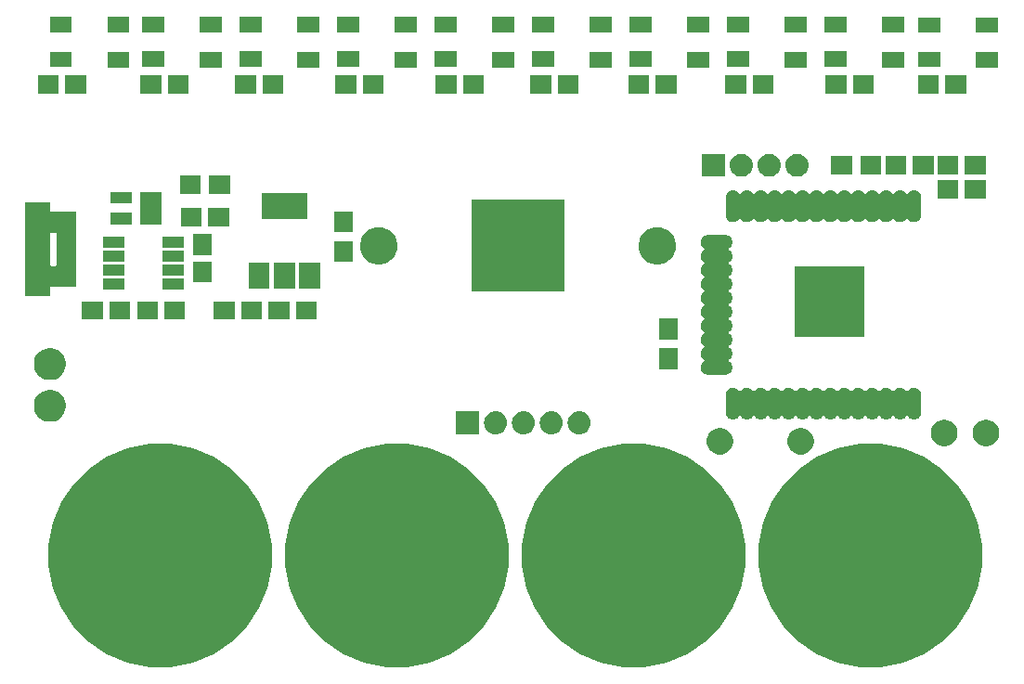
<source format=gbr>
G04 #@! TF.GenerationSoftware,KiCad,Pcbnew,5.0.1*
G04 #@! TF.CreationDate,2019-01-19T11:15:44-06:00*
G04 #@! TF.ProjectId,badge,62616467652E6B696361645F70636200,rev?*
G04 #@! TF.SameCoordinates,Original*
G04 #@! TF.FileFunction,Soldermask,Top*
G04 #@! TF.FilePolarity,Negative*
%FSLAX46Y46*%
G04 Gerber Fmt 4.6, Leading zero omitted, Abs format (unit mm)*
G04 Created by KiCad (PCBNEW 5.0.1) date Sat 19 Jan 2019 11:15:44 AM CST*
%MOMM*%
%LPD*%
G01*
G04 APERTURE LIST*
%ADD10C,0.100000*%
G04 APERTURE END LIST*
D10*
G36*
X161725229Y-132431980D02*
X163581510Y-133200877D01*
X163581512Y-133200878D01*
X165229897Y-134302293D01*
X165252124Y-134317145D01*
X166672855Y-135737876D01*
X167789123Y-137408490D01*
X168558020Y-139264771D01*
X168950000Y-141235386D01*
X168950000Y-143244614D01*
X168558020Y-145215229D01*
X167789123Y-147071510D01*
X166672855Y-148742124D01*
X165252124Y-150162855D01*
X165252121Y-150162857D01*
X163581512Y-151279122D01*
X163581511Y-151279123D01*
X163581510Y-151279123D01*
X161725229Y-152048020D01*
X159754614Y-152440000D01*
X157745386Y-152440000D01*
X155774771Y-152048020D01*
X153918490Y-151279123D01*
X153918489Y-151279123D01*
X153918488Y-151279122D01*
X152247879Y-150162857D01*
X152247876Y-150162855D01*
X150827145Y-148742124D01*
X149710877Y-147071510D01*
X148941980Y-145215229D01*
X148550000Y-143244614D01*
X148550000Y-141235386D01*
X148941980Y-139264771D01*
X149710877Y-137408490D01*
X150827145Y-135737876D01*
X152247876Y-134317145D01*
X152270103Y-134302293D01*
X153918488Y-133200878D01*
X153918490Y-133200877D01*
X155774771Y-132431980D01*
X157745386Y-132040000D01*
X159754614Y-132040000D01*
X161725229Y-132431980D01*
X161725229Y-132431980D01*
G37*
G36*
X140135229Y-132431980D02*
X141991510Y-133200877D01*
X141991512Y-133200878D01*
X143639897Y-134302293D01*
X143662124Y-134317145D01*
X145082855Y-135737876D01*
X146199123Y-137408490D01*
X146968020Y-139264771D01*
X147360000Y-141235386D01*
X147360000Y-143244614D01*
X146968020Y-145215229D01*
X146199123Y-147071510D01*
X145082855Y-148742124D01*
X143662124Y-150162855D01*
X143662121Y-150162857D01*
X141991512Y-151279122D01*
X141991511Y-151279123D01*
X141991510Y-151279123D01*
X140135229Y-152048020D01*
X138164614Y-152440000D01*
X136155386Y-152440000D01*
X134184771Y-152048020D01*
X132328490Y-151279123D01*
X132328489Y-151279123D01*
X132328488Y-151279122D01*
X130657879Y-150162857D01*
X130657876Y-150162855D01*
X129237145Y-148742124D01*
X128120877Y-147071510D01*
X127351980Y-145215229D01*
X126960000Y-143244614D01*
X126960000Y-141235386D01*
X127351980Y-139264771D01*
X128120877Y-137408490D01*
X129237145Y-135737876D01*
X130657876Y-134317145D01*
X130680103Y-134302293D01*
X132328488Y-133200878D01*
X132328490Y-133200877D01*
X134184771Y-132431980D01*
X136155386Y-132040000D01*
X138164614Y-132040000D01*
X140135229Y-132431980D01*
X140135229Y-132431980D01*
G37*
G36*
X96955229Y-132431980D02*
X98811510Y-133200877D01*
X98811512Y-133200878D01*
X100459897Y-134302293D01*
X100482124Y-134317145D01*
X101902855Y-135737876D01*
X103019123Y-137408490D01*
X103788020Y-139264771D01*
X104180000Y-141235386D01*
X104180000Y-143244614D01*
X103788020Y-145215229D01*
X103019123Y-147071510D01*
X101902855Y-148742124D01*
X100482124Y-150162855D01*
X100482121Y-150162857D01*
X98811512Y-151279122D01*
X98811511Y-151279123D01*
X98811510Y-151279123D01*
X96955229Y-152048020D01*
X94984614Y-152440000D01*
X92975386Y-152440000D01*
X91004771Y-152048020D01*
X89148490Y-151279123D01*
X89148489Y-151279123D01*
X89148488Y-151279122D01*
X87477879Y-150162857D01*
X87477876Y-150162855D01*
X86057145Y-148742124D01*
X84940877Y-147071510D01*
X84171980Y-145215229D01*
X83780000Y-143244614D01*
X83780000Y-141235386D01*
X84171980Y-139264771D01*
X84940877Y-137408490D01*
X86057145Y-135737876D01*
X87477876Y-134317145D01*
X87500103Y-134302293D01*
X89148488Y-133200878D01*
X89148490Y-133200877D01*
X91004771Y-132431980D01*
X92975386Y-132040000D01*
X94984614Y-132040000D01*
X96955229Y-132431980D01*
X96955229Y-132431980D01*
G37*
G36*
X118545229Y-132431980D02*
X120401510Y-133200877D01*
X120401512Y-133200878D01*
X122049897Y-134302293D01*
X122072124Y-134317145D01*
X123492855Y-135737876D01*
X124609123Y-137408490D01*
X125378020Y-139264771D01*
X125770000Y-141235386D01*
X125770000Y-143244614D01*
X125378020Y-145215229D01*
X124609123Y-147071510D01*
X123492855Y-148742124D01*
X122072124Y-150162855D01*
X122072121Y-150162857D01*
X120401512Y-151279122D01*
X120401511Y-151279123D01*
X120401510Y-151279123D01*
X118545229Y-152048020D01*
X116574614Y-152440000D01*
X114565386Y-152440000D01*
X112594771Y-152048020D01*
X110738490Y-151279123D01*
X110738489Y-151279123D01*
X110738488Y-151279122D01*
X109067879Y-150162857D01*
X109067876Y-150162855D01*
X107647145Y-148742124D01*
X106530877Y-147071510D01*
X105761980Y-145215229D01*
X105370000Y-143244614D01*
X105370000Y-141235386D01*
X105761980Y-139264771D01*
X106530877Y-137408490D01*
X107647145Y-135737876D01*
X109067876Y-134317145D01*
X109090103Y-134302293D01*
X110738488Y-133200878D01*
X110738490Y-133200877D01*
X112594771Y-132431980D01*
X114565386Y-132040000D01*
X116574614Y-132040000D01*
X118545229Y-132431980D01*
X118545229Y-132431980D01*
G37*
G36*
X152750026Y-130672115D02*
X152968412Y-130762573D01*
X153164958Y-130893901D01*
X153332099Y-131061042D01*
X153463427Y-131257588D01*
X153553885Y-131475974D01*
X153600000Y-131707809D01*
X153600000Y-131944191D01*
X153553885Y-132176026D01*
X153463427Y-132394412D01*
X153332099Y-132590958D01*
X153164958Y-132758099D01*
X152968412Y-132889427D01*
X152750026Y-132979885D01*
X152518191Y-133026000D01*
X152281809Y-133026000D01*
X152049974Y-132979885D01*
X151831588Y-132889427D01*
X151635042Y-132758099D01*
X151467901Y-132590958D01*
X151336573Y-132394412D01*
X151246115Y-132176026D01*
X151200000Y-131944191D01*
X151200000Y-131707809D01*
X151246115Y-131475974D01*
X151336573Y-131257588D01*
X151467901Y-131061042D01*
X151635042Y-130893901D01*
X151831588Y-130762573D01*
X152049974Y-130672115D01*
X152281809Y-130626000D01*
X152518191Y-130626000D01*
X152750026Y-130672115D01*
X152750026Y-130672115D01*
G37*
G36*
X145384026Y-130672115D02*
X145602412Y-130762573D01*
X145798958Y-130893901D01*
X145966099Y-131061042D01*
X146097427Y-131257588D01*
X146187885Y-131475974D01*
X146234000Y-131707809D01*
X146234000Y-131944191D01*
X146187885Y-132176026D01*
X146097427Y-132394412D01*
X145966099Y-132590958D01*
X145798958Y-132758099D01*
X145602412Y-132889427D01*
X145384026Y-132979885D01*
X145152191Y-133026000D01*
X144915809Y-133026000D01*
X144683974Y-132979885D01*
X144465588Y-132889427D01*
X144269042Y-132758099D01*
X144101901Y-132590958D01*
X143970573Y-132394412D01*
X143880115Y-132176026D01*
X143834000Y-131944191D01*
X143834000Y-131707809D01*
X143880115Y-131475974D01*
X143970573Y-131257588D01*
X144101901Y-131061042D01*
X144269042Y-130893901D01*
X144465588Y-130762573D01*
X144683974Y-130672115D01*
X144915809Y-130626000D01*
X145152191Y-130626000D01*
X145384026Y-130672115D01*
X145384026Y-130672115D01*
G37*
G36*
X165831026Y-129910115D02*
X166049412Y-130000573D01*
X166245958Y-130131901D01*
X166413099Y-130299042D01*
X166544427Y-130495588D01*
X166634885Y-130713974D01*
X166681000Y-130945809D01*
X166681000Y-131182191D01*
X166634885Y-131414026D01*
X166544427Y-131632412D01*
X166413099Y-131828958D01*
X166245958Y-131996099D01*
X166049412Y-132127427D01*
X165831026Y-132217885D01*
X165599191Y-132264000D01*
X165362809Y-132264000D01*
X165130974Y-132217885D01*
X164912588Y-132127427D01*
X164716042Y-131996099D01*
X164548901Y-131828958D01*
X164417573Y-131632412D01*
X164327115Y-131414026D01*
X164281000Y-131182191D01*
X164281000Y-130945809D01*
X164327115Y-130713974D01*
X164417573Y-130495588D01*
X164548901Y-130299042D01*
X164716042Y-130131901D01*
X164912588Y-130000573D01*
X165130974Y-129910115D01*
X165362809Y-129864000D01*
X165599191Y-129864000D01*
X165831026Y-129910115D01*
X165831026Y-129910115D01*
G37*
G36*
X169641026Y-129910115D02*
X169859412Y-130000573D01*
X170055958Y-130131901D01*
X170223099Y-130299042D01*
X170354427Y-130495588D01*
X170444885Y-130713974D01*
X170491000Y-130945809D01*
X170491000Y-131182191D01*
X170444885Y-131414026D01*
X170354427Y-131632412D01*
X170223099Y-131828958D01*
X170055958Y-131996099D01*
X169859412Y-132127427D01*
X169641026Y-132217885D01*
X169409191Y-132264000D01*
X169172809Y-132264000D01*
X168940974Y-132217885D01*
X168722588Y-132127427D01*
X168526042Y-131996099D01*
X168358901Y-131828958D01*
X168227573Y-131632412D01*
X168137115Y-131414026D01*
X168091000Y-131182191D01*
X168091000Y-130945809D01*
X168137115Y-130713974D01*
X168227573Y-130495588D01*
X168358901Y-130299042D01*
X168526042Y-130131901D01*
X168722588Y-130000573D01*
X168940974Y-129910115D01*
X169172809Y-129864000D01*
X169409191Y-129864000D01*
X169641026Y-129910115D01*
X169641026Y-129910115D01*
G37*
G36*
X123080000Y-131197000D02*
X120980000Y-131197000D01*
X120980000Y-129097000D01*
X123080000Y-129097000D01*
X123080000Y-131197000D01*
X123080000Y-131197000D01*
G37*
G36*
X124698707Y-129104596D02*
X124775836Y-129112193D01*
X124907787Y-129152220D01*
X124973763Y-129172233D01*
X125156172Y-129269733D01*
X125316054Y-129400946D01*
X125447267Y-129560828D01*
X125544767Y-129743237D01*
X125544767Y-129743238D01*
X125604807Y-129941164D01*
X125625080Y-130147000D01*
X125604807Y-130352836D01*
X125564780Y-130484787D01*
X125544767Y-130550763D01*
X125447267Y-130733172D01*
X125316054Y-130893054D01*
X125156172Y-131024267D01*
X124973763Y-131121767D01*
X124907787Y-131141780D01*
X124775836Y-131181807D01*
X124698707Y-131189404D01*
X124621580Y-131197000D01*
X124518420Y-131197000D01*
X124441293Y-131189404D01*
X124364164Y-131181807D01*
X124232213Y-131141780D01*
X124166237Y-131121767D01*
X123983828Y-131024267D01*
X123823946Y-130893054D01*
X123692733Y-130733172D01*
X123595233Y-130550763D01*
X123575220Y-130484787D01*
X123535193Y-130352836D01*
X123514920Y-130147000D01*
X123535193Y-129941164D01*
X123595233Y-129743238D01*
X123595233Y-129743237D01*
X123692733Y-129560828D01*
X123823946Y-129400946D01*
X123983828Y-129269733D01*
X124166237Y-129172233D01*
X124232213Y-129152220D01*
X124364164Y-129112193D01*
X124441293Y-129104596D01*
X124518420Y-129097000D01*
X124621580Y-129097000D01*
X124698707Y-129104596D01*
X124698707Y-129104596D01*
G37*
G36*
X127238707Y-129104596D02*
X127315836Y-129112193D01*
X127447787Y-129152220D01*
X127513763Y-129172233D01*
X127696172Y-129269733D01*
X127856054Y-129400946D01*
X127987267Y-129560828D01*
X128084767Y-129743237D01*
X128084767Y-129743238D01*
X128144807Y-129941164D01*
X128165080Y-130147000D01*
X128144807Y-130352836D01*
X128104780Y-130484787D01*
X128084767Y-130550763D01*
X127987267Y-130733172D01*
X127856054Y-130893054D01*
X127696172Y-131024267D01*
X127513763Y-131121767D01*
X127447787Y-131141780D01*
X127315836Y-131181807D01*
X127238707Y-131189404D01*
X127161580Y-131197000D01*
X127058420Y-131197000D01*
X126981293Y-131189404D01*
X126904164Y-131181807D01*
X126772213Y-131141780D01*
X126706237Y-131121767D01*
X126523828Y-131024267D01*
X126363946Y-130893054D01*
X126232733Y-130733172D01*
X126135233Y-130550763D01*
X126115220Y-130484787D01*
X126075193Y-130352836D01*
X126054920Y-130147000D01*
X126075193Y-129941164D01*
X126135233Y-129743238D01*
X126135233Y-129743237D01*
X126232733Y-129560828D01*
X126363946Y-129400946D01*
X126523828Y-129269733D01*
X126706237Y-129172233D01*
X126772213Y-129152220D01*
X126904164Y-129112193D01*
X126981293Y-129104596D01*
X127058420Y-129097000D01*
X127161580Y-129097000D01*
X127238707Y-129104596D01*
X127238707Y-129104596D01*
G37*
G36*
X129778707Y-129104596D02*
X129855836Y-129112193D01*
X129987787Y-129152220D01*
X130053763Y-129172233D01*
X130236172Y-129269733D01*
X130396054Y-129400946D01*
X130527267Y-129560828D01*
X130624767Y-129743237D01*
X130624767Y-129743238D01*
X130684807Y-129941164D01*
X130705080Y-130147000D01*
X130684807Y-130352836D01*
X130644780Y-130484787D01*
X130624767Y-130550763D01*
X130527267Y-130733172D01*
X130396054Y-130893054D01*
X130236172Y-131024267D01*
X130053763Y-131121767D01*
X129987787Y-131141780D01*
X129855836Y-131181807D01*
X129778707Y-131189404D01*
X129701580Y-131197000D01*
X129598420Y-131197000D01*
X129521293Y-131189404D01*
X129444164Y-131181807D01*
X129312213Y-131141780D01*
X129246237Y-131121767D01*
X129063828Y-131024267D01*
X128903946Y-130893054D01*
X128772733Y-130733172D01*
X128675233Y-130550763D01*
X128655220Y-130484787D01*
X128615193Y-130352836D01*
X128594920Y-130147000D01*
X128615193Y-129941164D01*
X128675233Y-129743238D01*
X128675233Y-129743237D01*
X128772733Y-129560828D01*
X128903946Y-129400946D01*
X129063828Y-129269733D01*
X129246237Y-129172233D01*
X129312213Y-129152220D01*
X129444164Y-129112193D01*
X129521293Y-129104596D01*
X129598420Y-129097000D01*
X129701580Y-129097000D01*
X129778707Y-129104596D01*
X129778707Y-129104596D01*
G37*
G36*
X132318707Y-129104596D02*
X132395836Y-129112193D01*
X132527787Y-129152220D01*
X132593763Y-129172233D01*
X132776172Y-129269733D01*
X132936054Y-129400946D01*
X133067267Y-129560828D01*
X133164767Y-129743237D01*
X133164767Y-129743238D01*
X133224807Y-129941164D01*
X133245080Y-130147000D01*
X133224807Y-130352836D01*
X133184780Y-130484787D01*
X133164767Y-130550763D01*
X133067267Y-130733172D01*
X132936054Y-130893054D01*
X132776172Y-131024267D01*
X132593763Y-131121767D01*
X132527787Y-131141780D01*
X132395836Y-131181807D01*
X132318707Y-131189404D01*
X132241580Y-131197000D01*
X132138420Y-131197000D01*
X132061293Y-131189404D01*
X131984164Y-131181807D01*
X131852213Y-131141780D01*
X131786237Y-131121767D01*
X131603828Y-131024267D01*
X131443946Y-130893054D01*
X131312733Y-130733172D01*
X131215233Y-130550763D01*
X131195220Y-130484787D01*
X131155193Y-130352836D01*
X131134920Y-130147000D01*
X131155193Y-129941164D01*
X131215233Y-129743238D01*
X131215233Y-129743237D01*
X131312733Y-129560828D01*
X131443946Y-129400946D01*
X131603828Y-129269733D01*
X131786237Y-129172233D01*
X131852213Y-129152220D01*
X131984164Y-129112193D01*
X132061293Y-129104596D01*
X132138420Y-129097000D01*
X132241580Y-129097000D01*
X132318707Y-129104596D01*
X132318707Y-129104596D01*
G37*
G36*
X84342855Y-127213030D02*
X84606680Y-127322310D01*
X84844120Y-127480962D01*
X85046038Y-127682880D01*
X85204690Y-127920320D01*
X85313970Y-128184145D01*
X85369680Y-128464218D01*
X85369680Y-128749782D01*
X85313970Y-129029855D01*
X85204690Y-129293680D01*
X85046038Y-129531120D01*
X84844120Y-129733038D01*
X84606680Y-129891690D01*
X84342855Y-130000970D01*
X84062782Y-130056680D01*
X83777218Y-130056680D01*
X83497145Y-130000970D01*
X83233320Y-129891690D01*
X82995880Y-129733038D01*
X82793962Y-129531120D01*
X82635310Y-129293680D01*
X82526030Y-129029855D01*
X82470320Y-128749782D01*
X82470320Y-128464218D01*
X82526030Y-128184145D01*
X82635310Y-127920320D01*
X82793962Y-127682880D01*
X82995880Y-127480962D01*
X83233320Y-127322310D01*
X83497145Y-127213030D01*
X83777218Y-127157320D01*
X84062782Y-127157320D01*
X84342855Y-127213030D01*
X84342855Y-127213030D01*
G37*
G36*
X162845997Y-126938280D02*
X162857422Y-126939405D01*
X162918684Y-126957989D01*
X162979947Y-126976573D01*
X163044777Y-127011225D01*
X163092864Y-127036928D01*
X163092865Y-127036929D01*
X163092867Y-127036930D01*
X163191843Y-127118157D01*
X163273070Y-127217132D01*
X163333427Y-127330052D01*
X163370595Y-127452578D01*
X163380000Y-127548068D01*
X163380000Y-129211932D01*
X163370595Y-129307422D01*
X163333427Y-129429948D01*
X163273070Y-129542868D01*
X163191843Y-129641843D01*
X163092868Y-129723070D01*
X162979948Y-129783427D01*
X162918685Y-129802011D01*
X162857423Y-129820595D01*
X162845998Y-129821720D01*
X162730000Y-129833145D01*
X162614003Y-129821720D01*
X162602578Y-129820595D01*
X162541316Y-129802011D01*
X162480053Y-129783427D01*
X162367133Y-129723070D01*
X162268158Y-129641843D01*
X162191618Y-129548579D01*
X162174301Y-129531262D01*
X162153926Y-129517648D01*
X162131287Y-129508271D01*
X162107254Y-129503490D01*
X162082750Y-129503490D01*
X162058716Y-129508270D01*
X162036077Y-129517648D01*
X162015702Y-129531261D01*
X161998375Y-129548589D01*
X161921846Y-129641840D01*
X161921844Y-129641841D01*
X161921843Y-129641843D01*
X161822868Y-129723070D01*
X161709948Y-129783427D01*
X161648685Y-129802011D01*
X161587423Y-129820595D01*
X161575998Y-129821720D01*
X161460000Y-129833145D01*
X161344003Y-129821720D01*
X161332578Y-129820595D01*
X161271316Y-129802011D01*
X161210053Y-129783427D01*
X161097133Y-129723070D01*
X160998158Y-129641843D01*
X160921618Y-129548579D01*
X160904301Y-129531262D01*
X160883926Y-129517648D01*
X160861287Y-129508271D01*
X160837254Y-129503490D01*
X160812750Y-129503490D01*
X160788716Y-129508270D01*
X160766077Y-129517648D01*
X160745702Y-129531261D01*
X160728375Y-129548589D01*
X160651846Y-129641840D01*
X160651844Y-129641841D01*
X160651843Y-129641843D01*
X160552868Y-129723070D01*
X160439948Y-129783427D01*
X160378685Y-129802011D01*
X160317423Y-129820595D01*
X160305998Y-129821720D01*
X160190000Y-129833145D01*
X160074003Y-129821720D01*
X160062578Y-129820595D01*
X160001316Y-129802011D01*
X159940053Y-129783427D01*
X159827133Y-129723070D01*
X159728158Y-129641843D01*
X159651618Y-129548579D01*
X159634301Y-129531262D01*
X159613926Y-129517648D01*
X159591287Y-129508271D01*
X159567254Y-129503490D01*
X159542750Y-129503490D01*
X159518716Y-129508270D01*
X159496077Y-129517648D01*
X159475702Y-129531261D01*
X159458375Y-129548589D01*
X159381846Y-129641840D01*
X159381844Y-129641841D01*
X159381843Y-129641843D01*
X159282868Y-129723070D01*
X159169948Y-129783427D01*
X159108685Y-129802011D01*
X159047423Y-129820595D01*
X159035998Y-129821720D01*
X158920000Y-129833145D01*
X158804003Y-129821720D01*
X158792578Y-129820595D01*
X158731316Y-129802011D01*
X158670053Y-129783427D01*
X158557133Y-129723070D01*
X158458158Y-129641843D01*
X158381618Y-129548579D01*
X158364301Y-129531262D01*
X158343926Y-129517648D01*
X158321287Y-129508271D01*
X158297254Y-129503490D01*
X158272750Y-129503490D01*
X158248716Y-129508270D01*
X158226077Y-129517648D01*
X158205702Y-129531261D01*
X158188375Y-129548589D01*
X158111846Y-129641840D01*
X158111844Y-129641841D01*
X158111843Y-129641843D01*
X158012868Y-129723070D01*
X157899948Y-129783427D01*
X157838685Y-129802011D01*
X157777423Y-129820595D01*
X157765998Y-129821720D01*
X157650000Y-129833145D01*
X157534003Y-129821720D01*
X157522578Y-129820595D01*
X157461316Y-129802011D01*
X157400053Y-129783427D01*
X157287133Y-129723070D01*
X157188158Y-129641843D01*
X157111618Y-129548579D01*
X157094301Y-129531262D01*
X157073926Y-129517648D01*
X157051287Y-129508271D01*
X157027254Y-129503490D01*
X157002750Y-129503490D01*
X156978716Y-129508270D01*
X156956077Y-129517648D01*
X156935702Y-129531261D01*
X156918375Y-129548589D01*
X156841846Y-129641840D01*
X156841844Y-129641841D01*
X156841843Y-129641843D01*
X156742868Y-129723070D01*
X156629948Y-129783427D01*
X156568685Y-129802011D01*
X156507423Y-129820595D01*
X156495998Y-129821720D01*
X156380000Y-129833145D01*
X156264003Y-129821720D01*
X156252578Y-129820595D01*
X156191316Y-129802011D01*
X156130053Y-129783427D01*
X156017133Y-129723070D01*
X155918158Y-129641843D01*
X155841618Y-129548579D01*
X155824301Y-129531262D01*
X155803926Y-129517648D01*
X155781287Y-129508271D01*
X155757254Y-129503490D01*
X155732750Y-129503490D01*
X155708716Y-129508270D01*
X155686077Y-129517648D01*
X155665702Y-129531261D01*
X155648375Y-129548589D01*
X155571846Y-129641840D01*
X155571844Y-129641841D01*
X155571843Y-129641843D01*
X155472868Y-129723070D01*
X155359948Y-129783427D01*
X155298685Y-129802011D01*
X155237423Y-129820595D01*
X155225998Y-129821720D01*
X155110000Y-129833145D01*
X154994003Y-129821720D01*
X154982578Y-129820595D01*
X154921316Y-129802011D01*
X154860053Y-129783427D01*
X154747133Y-129723070D01*
X154648158Y-129641843D01*
X154571618Y-129548579D01*
X154554301Y-129531262D01*
X154533926Y-129517648D01*
X154511287Y-129508271D01*
X154487254Y-129503490D01*
X154462750Y-129503490D01*
X154438716Y-129508270D01*
X154416077Y-129517648D01*
X154395702Y-129531261D01*
X154378375Y-129548589D01*
X154301846Y-129641840D01*
X154301844Y-129641841D01*
X154301843Y-129641843D01*
X154202868Y-129723070D01*
X154089948Y-129783427D01*
X154028685Y-129802011D01*
X153967423Y-129820595D01*
X153955998Y-129821720D01*
X153840000Y-129833145D01*
X153724003Y-129821720D01*
X153712578Y-129820595D01*
X153651316Y-129802011D01*
X153590053Y-129783427D01*
X153477133Y-129723070D01*
X153378158Y-129641843D01*
X153301618Y-129548579D01*
X153284301Y-129531262D01*
X153263926Y-129517648D01*
X153241287Y-129508271D01*
X153217254Y-129503490D01*
X153192750Y-129503490D01*
X153168716Y-129508270D01*
X153146077Y-129517648D01*
X153125702Y-129531261D01*
X153108375Y-129548589D01*
X153031846Y-129641840D01*
X153031844Y-129641841D01*
X153031843Y-129641843D01*
X152932868Y-129723070D01*
X152819948Y-129783427D01*
X152758685Y-129802011D01*
X152697423Y-129820595D01*
X152685998Y-129821720D01*
X152570000Y-129833145D01*
X152454003Y-129821720D01*
X152442578Y-129820595D01*
X152381316Y-129802011D01*
X152320053Y-129783427D01*
X152207133Y-129723070D01*
X152108158Y-129641843D01*
X152031618Y-129548579D01*
X152014301Y-129531262D01*
X151993926Y-129517648D01*
X151971287Y-129508271D01*
X151947254Y-129503490D01*
X151922750Y-129503490D01*
X151898716Y-129508270D01*
X151876077Y-129517648D01*
X151855702Y-129531261D01*
X151838375Y-129548589D01*
X151761846Y-129641840D01*
X151761844Y-129641841D01*
X151761843Y-129641843D01*
X151662868Y-129723070D01*
X151549948Y-129783427D01*
X151488685Y-129802011D01*
X151427423Y-129820595D01*
X151415998Y-129821720D01*
X151300000Y-129833145D01*
X151184003Y-129821720D01*
X151172578Y-129820595D01*
X151111316Y-129802011D01*
X151050053Y-129783427D01*
X150937133Y-129723070D01*
X150838158Y-129641843D01*
X150761618Y-129548579D01*
X150744301Y-129531262D01*
X150723926Y-129517648D01*
X150701287Y-129508271D01*
X150677254Y-129503490D01*
X150652750Y-129503490D01*
X150628716Y-129508270D01*
X150606077Y-129517648D01*
X150585702Y-129531261D01*
X150568375Y-129548589D01*
X150491846Y-129641840D01*
X150491844Y-129641841D01*
X150491843Y-129641843D01*
X150392868Y-129723070D01*
X150279948Y-129783427D01*
X150218685Y-129802011D01*
X150157423Y-129820595D01*
X150145998Y-129821720D01*
X150030000Y-129833145D01*
X149914003Y-129821720D01*
X149902578Y-129820595D01*
X149841316Y-129802011D01*
X149780053Y-129783427D01*
X149667133Y-129723070D01*
X149568158Y-129641843D01*
X149491618Y-129548579D01*
X149474301Y-129531262D01*
X149453926Y-129517648D01*
X149431287Y-129508271D01*
X149407254Y-129503490D01*
X149382750Y-129503490D01*
X149358716Y-129508270D01*
X149336077Y-129517648D01*
X149315702Y-129531261D01*
X149298375Y-129548589D01*
X149221846Y-129641840D01*
X149221844Y-129641841D01*
X149221843Y-129641843D01*
X149122868Y-129723070D01*
X149009948Y-129783427D01*
X148948685Y-129802011D01*
X148887423Y-129820595D01*
X148875998Y-129821720D01*
X148760000Y-129833145D01*
X148644003Y-129821720D01*
X148632578Y-129820595D01*
X148571316Y-129802011D01*
X148510053Y-129783427D01*
X148397133Y-129723070D01*
X148298158Y-129641843D01*
X148221618Y-129548579D01*
X148204301Y-129531262D01*
X148183926Y-129517648D01*
X148161287Y-129508271D01*
X148137254Y-129503490D01*
X148112750Y-129503490D01*
X148088716Y-129508270D01*
X148066077Y-129517648D01*
X148045702Y-129531261D01*
X148028375Y-129548589D01*
X147951846Y-129641840D01*
X147951844Y-129641841D01*
X147951843Y-129641843D01*
X147852868Y-129723070D01*
X147739948Y-129783427D01*
X147678685Y-129802011D01*
X147617423Y-129820595D01*
X147605998Y-129821720D01*
X147490000Y-129833145D01*
X147374003Y-129821720D01*
X147362578Y-129820595D01*
X147301316Y-129802011D01*
X147240053Y-129783427D01*
X147127133Y-129723070D01*
X147028158Y-129641843D01*
X146951618Y-129548579D01*
X146934301Y-129531262D01*
X146913926Y-129517648D01*
X146891287Y-129508271D01*
X146867254Y-129503490D01*
X146842750Y-129503490D01*
X146818716Y-129508270D01*
X146796077Y-129517648D01*
X146775702Y-129531261D01*
X146758375Y-129548589D01*
X146681846Y-129641840D01*
X146681844Y-129641841D01*
X146681843Y-129641843D01*
X146582868Y-129723070D01*
X146469948Y-129783427D01*
X146408685Y-129802011D01*
X146347423Y-129820595D01*
X146335998Y-129821720D01*
X146220000Y-129833145D01*
X146104003Y-129821720D01*
X146092578Y-129820595D01*
X146031316Y-129802011D01*
X145970053Y-129783427D01*
X145857133Y-129723070D01*
X145758158Y-129641843D01*
X145676931Y-129542868D01*
X145616574Y-129429948D01*
X145579406Y-129307422D01*
X145570001Y-129211932D01*
X145570000Y-127548069D01*
X145579405Y-127452579D01*
X145579406Y-127452577D01*
X145616573Y-127330054D01*
X145616573Y-127330053D01*
X145651225Y-127265223D01*
X145676928Y-127217136D01*
X145676931Y-127217132D01*
X145758157Y-127118157D01*
X145857132Y-127036930D01*
X145970052Y-126976573D01*
X146031315Y-126957989D01*
X146092577Y-126939405D01*
X146104002Y-126938280D01*
X146220000Y-126926855D01*
X146335997Y-126938280D01*
X146347422Y-126939405D01*
X146408684Y-126957989D01*
X146469947Y-126976573D01*
X146534777Y-127011225D01*
X146582864Y-127036928D01*
X146582865Y-127036929D01*
X146582867Y-127036930D01*
X146681843Y-127118157D01*
X146758383Y-127211421D01*
X146775700Y-127228738D01*
X146796075Y-127242352D01*
X146818714Y-127251729D01*
X146842747Y-127256510D01*
X146867251Y-127256510D01*
X146891285Y-127251730D01*
X146913924Y-127242352D01*
X146934299Y-127228739D01*
X146951621Y-127211417D01*
X147028157Y-127118157D01*
X147127132Y-127036930D01*
X147240052Y-126976573D01*
X147301315Y-126957989D01*
X147362577Y-126939405D01*
X147374002Y-126938280D01*
X147490000Y-126926855D01*
X147605997Y-126938280D01*
X147617422Y-126939405D01*
X147678684Y-126957989D01*
X147739947Y-126976573D01*
X147804777Y-127011225D01*
X147852864Y-127036928D01*
X147852865Y-127036929D01*
X147852867Y-127036930D01*
X147951843Y-127118157D01*
X148028383Y-127211421D01*
X148045700Y-127228738D01*
X148066075Y-127242352D01*
X148088714Y-127251729D01*
X148112747Y-127256510D01*
X148137251Y-127256510D01*
X148161285Y-127251730D01*
X148183924Y-127242352D01*
X148204299Y-127228739D01*
X148221621Y-127211417D01*
X148298157Y-127118157D01*
X148397132Y-127036930D01*
X148510052Y-126976573D01*
X148571315Y-126957989D01*
X148632577Y-126939405D01*
X148644002Y-126938280D01*
X148760000Y-126926855D01*
X148875997Y-126938280D01*
X148887422Y-126939405D01*
X148948684Y-126957989D01*
X149009947Y-126976573D01*
X149074777Y-127011225D01*
X149122864Y-127036928D01*
X149122865Y-127036929D01*
X149122867Y-127036930D01*
X149221843Y-127118157D01*
X149298383Y-127211421D01*
X149315700Y-127228738D01*
X149336075Y-127242352D01*
X149358714Y-127251729D01*
X149382747Y-127256510D01*
X149407251Y-127256510D01*
X149431285Y-127251730D01*
X149453924Y-127242352D01*
X149474299Y-127228739D01*
X149491621Y-127211417D01*
X149568157Y-127118157D01*
X149667132Y-127036930D01*
X149780052Y-126976573D01*
X149841315Y-126957989D01*
X149902577Y-126939405D01*
X149914002Y-126938280D01*
X150030000Y-126926855D01*
X150145997Y-126938280D01*
X150157422Y-126939405D01*
X150218684Y-126957989D01*
X150279947Y-126976573D01*
X150344777Y-127011225D01*
X150392864Y-127036928D01*
X150392865Y-127036929D01*
X150392867Y-127036930D01*
X150491843Y-127118157D01*
X150568383Y-127211421D01*
X150585700Y-127228738D01*
X150606075Y-127242352D01*
X150628714Y-127251729D01*
X150652747Y-127256510D01*
X150677251Y-127256510D01*
X150701285Y-127251730D01*
X150723924Y-127242352D01*
X150744299Y-127228739D01*
X150761621Y-127211417D01*
X150838157Y-127118157D01*
X150937132Y-127036930D01*
X151050052Y-126976573D01*
X151111315Y-126957989D01*
X151172577Y-126939405D01*
X151184002Y-126938280D01*
X151300000Y-126926855D01*
X151415997Y-126938280D01*
X151427422Y-126939405D01*
X151488684Y-126957989D01*
X151549947Y-126976573D01*
X151614777Y-127011225D01*
X151662864Y-127036928D01*
X151662865Y-127036929D01*
X151662867Y-127036930D01*
X151761843Y-127118157D01*
X151838383Y-127211421D01*
X151855700Y-127228738D01*
X151876075Y-127242352D01*
X151898714Y-127251729D01*
X151922747Y-127256510D01*
X151947251Y-127256510D01*
X151971285Y-127251730D01*
X151993924Y-127242352D01*
X152014299Y-127228739D01*
X152031621Y-127211417D01*
X152108157Y-127118157D01*
X152207132Y-127036930D01*
X152320052Y-126976573D01*
X152381315Y-126957989D01*
X152442577Y-126939405D01*
X152454002Y-126938280D01*
X152570000Y-126926855D01*
X152685997Y-126938280D01*
X152697422Y-126939405D01*
X152758684Y-126957989D01*
X152819947Y-126976573D01*
X152884777Y-127011225D01*
X152932864Y-127036928D01*
X152932865Y-127036929D01*
X152932867Y-127036930D01*
X153031843Y-127118157D01*
X153108383Y-127211421D01*
X153125700Y-127228738D01*
X153146075Y-127242352D01*
X153168714Y-127251729D01*
X153192747Y-127256510D01*
X153217251Y-127256510D01*
X153241285Y-127251730D01*
X153263924Y-127242352D01*
X153284299Y-127228739D01*
X153301621Y-127211417D01*
X153378157Y-127118157D01*
X153477132Y-127036930D01*
X153590052Y-126976573D01*
X153651315Y-126957989D01*
X153712577Y-126939405D01*
X153724002Y-126938280D01*
X153840000Y-126926855D01*
X153955997Y-126938280D01*
X153967422Y-126939405D01*
X154028684Y-126957989D01*
X154089947Y-126976573D01*
X154154777Y-127011225D01*
X154202864Y-127036928D01*
X154202865Y-127036929D01*
X154202867Y-127036930D01*
X154301843Y-127118157D01*
X154378383Y-127211421D01*
X154395700Y-127228738D01*
X154416075Y-127242352D01*
X154438714Y-127251729D01*
X154462747Y-127256510D01*
X154487251Y-127256510D01*
X154511285Y-127251730D01*
X154533924Y-127242352D01*
X154554299Y-127228739D01*
X154571621Y-127211417D01*
X154648157Y-127118157D01*
X154747132Y-127036930D01*
X154860052Y-126976573D01*
X154921315Y-126957989D01*
X154982577Y-126939405D01*
X154994002Y-126938280D01*
X155110000Y-126926855D01*
X155225997Y-126938280D01*
X155237422Y-126939405D01*
X155298684Y-126957989D01*
X155359947Y-126976573D01*
X155424777Y-127011225D01*
X155472864Y-127036928D01*
X155472865Y-127036929D01*
X155472867Y-127036930D01*
X155571843Y-127118157D01*
X155648383Y-127211421D01*
X155665700Y-127228738D01*
X155686075Y-127242352D01*
X155708714Y-127251729D01*
X155732747Y-127256510D01*
X155757251Y-127256510D01*
X155781285Y-127251730D01*
X155803924Y-127242352D01*
X155824299Y-127228739D01*
X155841621Y-127211417D01*
X155918157Y-127118157D01*
X156017132Y-127036930D01*
X156130052Y-126976573D01*
X156191315Y-126957989D01*
X156252577Y-126939405D01*
X156264002Y-126938280D01*
X156380000Y-126926855D01*
X156495997Y-126938280D01*
X156507422Y-126939405D01*
X156568684Y-126957989D01*
X156629947Y-126976573D01*
X156694777Y-127011225D01*
X156742864Y-127036928D01*
X156742865Y-127036929D01*
X156742867Y-127036930D01*
X156841843Y-127118157D01*
X156918383Y-127211421D01*
X156935700Y-127228738D01*
X156956075Y-127242352D01*
X156978714Y-127251729D01*
X157002747Y-127256510D01*
X157027251Y-127256510D01*
X157051285Y-127251730D01*
X157073924Y-127242352D01*
X157094299Y-127228739D01*
X157111621Y-127211417D01*
X157188157Y-127118157D01*
X157287132Y-127036930D01*
X157400052Y-126976573D01*
X157461315Y-126957989D01*
X157522577Y-126939405D01*
X157534002Y-126938280D01*
X157650000Y-126926855D01*
X157765997Y-126938280D01*
X157777422Y-126939405D01*
X157838684Y-126957989D01*
X157899947Y-126976573D01*
X157964777Y-127011225D01*
X158012864Y-127036928D01*
X158012865Y-127036929D01*
X158012867Y-127036930D01*
X158111843Y-127118157D01*
X158188383Y-127211421D01*
X158205700Y-127228738D01*
X158226075Y-127242352D01*
X158248714Y-127251729D01*
X158272747Y-127256510D01*
X158297251Y-127256510D01*
X158321285Y-127251730D01*
X158343924Y-127242352D01*
X158364299Y-127228739D01*
X158381621Y-127211417D01*
X158458157Y-127118157D01*
X158557132Y-127036930D01*
X158670052Y-126976573D01*
X158731315Y-126957989D01*
X158792577Y-126939405D01*
X158804002Y-126938280D01*
X158920000Y-126926855D01*
X159035997Y-126938280D01*
X159047422Y-126939405D01*
X159108684Y-126957989D01*
X159169947Y-126976573D01*
X159234777Y-127011225D01*
X159282864Y-127036928D01*
X159282865Y-127036929D01*
X159282867Y-127036930D01*
X159381843Y-127118157D01*
X159458383Y-127211421D01*
X159475700Y-127228738D01*
X159496075Y-127242352D01*
X159518714Y-127251729D01*
X159542747Y-127256510D01*
X159567251Y-127256510D01*
X159591285Y-127251730D01*
X159613924Y-127242352D01*
X159634299Y-127228739D01*
X159651621Y-127211417D01*
X159728157Y-127118157D01*
X159827132Y-127036930D01*
X159940052Y-126976573D01*
X160001315Y-126957989D01*
X160062577Y-126939405D01*
X160074002Y-126938280D01*
X160190000Y-126926855D01*
X160305997Y-126938280D01*
X160317422Y-126939405D01*
X160378684Y-126957989D01*
X160439947Y-126976573D01*
X160504777Y-127011225D01*
X160552864Y-127036928D01*
X160552865Y-127036929D01*
X160552867Y-127036930D01*
X160651843Y-127118157D01*
X160728383Y-127211421D01*
X160745700Y-127228738D01*
X160766075Y-127242352D01*
X160788714Y-127251729D01*
X160812747Y-127256510D01*
X160837251Y-127256510D01*
X160861285Y-127251730D01*
X160883924Y-127242352D01*
X160904299Y-127228739D01*
X160921621Y-127211417D01*
X160998157Y-127118157D01*
X161097132Y-127036930D01*
X161210052Y-126976573D01*
X161271315Y-126957989D01*
X161332577Y-126939405D01*
X161344002Y-126938280D01*
X161460000Y-126926855D01*
X161575997Y-126938280D01*
X161587422Y-126939405D01*
X161648684Y-126957989D01*
X161709947Y-126976573D01*
X161774777Y-127011225D01*
X161822864Y-127036928D01*
X161822865Y-127036929D01*
X161822867Y-127036930D01*
X161921843Y-127118157D01*
X161998383Y-127211421D01*
X162015700Y-127228738D01*
X162036075Y-127242352D01*
X162058714Y-127251729D01*
X162082747Y-127256510D01*
X162107251Y-127256510D01*
X162131285Y-127251730D01*
X162153924Y-127242352D01*
X162174299Y-127228739D01*
X162191621Y-127211417D01*
X162268157Y-127118157D01*
X162367132Y-127036930D01*
X162480052Y-126976573D01*
X162541315Y-126957989D01*
X162602577Y-126939405D01*
X162614002Y-126938280D01*
X162730000Y-126926855D01*
X162845997Y-126938280D01*
X162845997Y-126938280D01*
G37*
G36*
X84342855Y-123403030D02*
X84606680Y-123512310D01*
X84844120Y-123670962D01*
X85046038Y-123872880D01*
X85204690Y-124110320D01*
X85313970Y-124374145D01*
X85369680Y-124654218D01*
X85369680Y-124939782D01*
X85313970Y-125219855D01*
X85204690Y-125483680D01*
X85046038Y-125721120D01*
X84844120Y-125923038D01*
X84606680Y-126081690D01*
X84342855Y-126190970D01*
X84062782Y-126246680D01*
X83777218Y-126246680D01*
X83497145Y-126190970D01*
X83233320Y-126081690D01*
X82995880Y-125923038D01*
X82793962Y-125721120D01*
X82635310Y-125483680D01*
X82526030Y-125219855D01*
X82470320Y-124939782D01*
X82470320Y-124654218D01*
X82526030Y-124374145D01*
X82635310Y-124110320D01*
X82793962Y-123872880D01*
X82995880Y-123670962D01*
X83233320Y-123512310D01*
X83497145Y-123403030D01*
X83777218Y-123347320D01*
X84062782Y-123347320D01*
X84342855Y-123403030D01*
X84342855Y-123403030D01*
G37*
G36*
X145645486Y-113023229D02*
X145657423Y-113024405D01*
X145718685Y-113042989D01*
X145779948Y-113061573D01*
X145892868Y-113121930D01*
X145991843Y-113203157D01*
X146073070Y-113302132D01*
X146133427Y-113415052D01*
X146170595Y-113537578D01*
X146183145Y-113665000D01*
X146170595Y-113792422D01*
X146133427Y-113914948D01*
X146073070Y-114027868D01*
X145991843Y-114126843D01*
X145991841Y-114126844D01*
X145991840Y-114126846D01*
X145898590Y-114203374D01*
X145881263Y-114220701D01*
X145867649Y-114241075D01*
X145858271Y-114263714D01*
X145853491Y-114287748D01*
X145853491Y-114312252D01*
X145858271Y-114336285D01*
X145867649Y-114358924D01*
X145881263Y-114379299D01*
X145898590Y-114396626D01*
X145991840Y-114473154D01*
X145991841Y-114473156D01*
X145991843Y-114473157D01*
X146073070Y-114572132D01*
X146133427Y-114685052D01*
X146133427Y-114685053D01*
X146168980Y-114802252D01*
X146170595Y-114807578D01*
X146183145Y-114935000D01*
X146171720Y-115050998D01*
X146170595Y-115062423D01*
X146165054Y-115080689D01*
X146133427Y-115184948D01*
X146073070Y-115297868D01*
X145991843Y-115396843D01*
X145991841Y-115396844D01*
X145991840Y-115396846D01*
X145898590Y-115473374D01*
X145881263Y-115490701D01*
X145867649Y-115511075D01*
X145858271Y-115533714D01*
X145853491Y-115557748D01*
X145853491Y-115582252D01*
X145858271Y-115606285D01*
X145867649Y-115628924D01*
X145881263Y-115649299D01*
X145898590Y-115666626D01*
X145991840Y-115743154D01*
X145991841Y-115743156D01*
X145991843Y-115743157D01*
X146073070Y-115842132D01*
X146133427Y-115955052D01*
X146133427Y-115955053D01*
X146157983Y-116036000D01*
X146170595Y-116077578D01*
X146183145Y-116205000D01*
X146170595Y-116332422D01*
X146133427Y-116454948D01*
X146073070Y-116567868D01*
X145991843Y-116666843D01*
X145991841Y-116666844D01*
X145991840Y-116666846D01*
X145898590Y-116743374D01*
X145881263Y-116760701D01*
X145867649Y-116781075D01*
X145858271Y-116803714D01*
X145853491Y-116827748D01*
X145853491Y-116852252D01*
X145858271Y-116876285D01*
X145867649Y-116898924D01*
X145881263Y-116919299D01*
X145898590Y-116936626D01*
X145991840Y-117013154D01*
X145991841Y-117013156D01*
X145991843Y-117013157D01*
X146073070Y-117112132D01*
X146133427Y-117225052D01*
X146170595Y-117347578D01*
X146183145Y-117475000D01*
X146170595Y-117602422D01*
X146133427Y-117724948D01*
X146073070Y-117837868D01*
X145991843Y-117936843D01*
X145991841Y-117936844D01*
X145991840Y-117936846D01*
X145898590Y-118013374D01*
X145881263Y-118030701D01*
X145867649Y-118051075D01*
X145858271Y-118073714D01*
X145853491Y-118097748D01*
X145853491Y-118122252D01*
X145858271Y-118146285D01*
X145867649Y-118168924D01*
X145881263Y-118189299D01*
X145898590Y-118206626D01*
X145991840Y-118283154D01*
X145991841Y-118283156D01*
X145991843Y-118283157D01*
X146073070Y-118382132D01*
X146133427Y-118495052D01*
X146170595Y-118617578D01*
X146183145Y-118745000D01*
X146170595Y-118872422D01*
X146133427Y-118994948D01*
X146073070Y-119107868D01*
X145991843Y-119206843D01*
X145991841Y-119206844D01*
X145991840Y-119206846D01*
X145898590Y-119283374D01*
X145881263Y-119300701D01*
X145867649Y-119321075D01*
X145858271Y-119343714D01*
X145853491Y-119367748D01*
X145853491Y-119392252D01*
X145858271Y-119416285D01*
X145867649Y-119438924D01*
X145881263Y-119459299D01*
X145898590Y-119476626D01*
X145991840Y-119553154D01*
X145991841Y-119553156D01*
X145991843Y-119553157D01*
X146073070Y-119652132D01*
X146133427Y-119765052D01*
X146170595Y-119887578D01*
X146183145Y-120015000D01*
X146170595Y-120142422D01*
X146133427Y-120264948D01*
X146073070Y-120377868D01*
X145991843Y-120476843D01*
X145991841Y-120476844D01*
X145991840Y-120476846D01*
X145898590Y-120553374D01*
X145881263Y-120570701D01*
X145867649Y-120591075D01*
X145858271Y-120613714D01*
X145853491Y-120637748D01*
X145853491Y-120662252D01*
X145858271Y-120686285D01*
X145867649Y-120708924D01*
X145881263Y-120729299D01*
X145898590Y-120746626D01*
X145991840Y-120823154D01*
X145991841Y-120823156D01*
X145991843Y-120823157D01*
X146073070Y-120922132D01*
X146133427Y-121035052D01*
X146170595Y-121157578D01*
X146183145Y-121285000D01*
X146170595Y-121412422D01*
X146133427Y-121534948D01*
X146073070Y-121647868D01*
X145991843Y-121746843D01*
X145991841Y-121746844D01*
X145991840Y-121746846D01*
X145898590Y-121823374D01*
X145881263Y-121840701D01*
X145867649Y-121861075D01*
X145858271Y-121883714D01*
X145853491Y-121907748D01*
X145853491Y-121932252D01*
X145858271Y-121956285D01*
X145867649Y-121978924D01*
X145881263Y-121999299D01*
X145898590Y-122016626D01*
X145991840Y-122093154D01*
X145991841Y-122093156D01*
X145991843Y-122093157D01*
X146073070Y-122192132D01*
X146133427Y-122305052D01*
X146170595Y-122427578D01*
X146183145Y-122555000D01*
X146170595Y-122682422D01*
X146133427Y-122804948D01*
X146073070Y-122917868D01*
X145991843Y-123016843D01*
X145991841Y-123016844D01*
X145991840Y-123016846D01*
X145898590Y-123093374D01*
X145881263Y-123110701D01*
X145867649Y-123131075D01*
X145858271Y-123153714D01*
X145853491Y-123177748D01*
X145853491Y-123202252D01*
X145858271Y-123226285D01*
X145867649Y-123248924D01*
X145881263Y-123269299D01*
X145898590Y-123286626D01*
X145991840Y-123363154D01*
X145991841Y-123363156D01*
X145991843Y-123363157D01*
X146073070Y-123462132D01*
X146133427Y-123575052D01*
X146133427Y-123575053D01*
X146162521Y-123670960D01*
X146170595Y-123697578D01*
X146183145Y-123825000D01*
X146170595Y-123952422D01*
X146133427Y-124074948D01*
X146073070Y-124187868D01*
X145991843Y-124286843D01*
X145991841Y-124286844D01*
X145991840Y-124286846D01*
X145898590Y-124363374D01*
X145881263Y-124380701D01*
X145867649Y-124401075D01*
X145858271Y-124423714D01*
X145853491Y-124447748D01*
X145853491Y-124472252D01*
X145858271Y-124496285D01*
X145867649Y-124518924D01*
X145881263Y-124539299D01*
X145898590Y-124556626D01*
X145991840Y-124633154D01*
X145991841Y-124633156D01*
X145991843Y-124633157D01*
X146073070Y-124732132D01*
X146133427Y-124845052D01*
X146170595Y-124967578D01*
X146183145Y-125095000D01*
X146170595Y-125222422D01*
X146133427Y-125344948D01*
X146073070Y-125457868D01*
X145991843Y-125556843D01*
X145892868Y-125638070D01*
X145779948Y-125698427D01*
X145718685Y-125717011D01*
X145657423Y-125735595D01*
X145645486Y-125736771D01*
X145561932Y-125745000D01*
X143898068Y-125745000D01*
X143814514Y-125736771D01*
X143802577Y-125735595D01*
X143741315Y-125717011D01*
X143680052Y-125698427D01*
X143567132Y-125638070D01*
X143468157Y-125556843D01*
X143386930Y-125457868D01*
X143326573Y-125344948D01*
X143289405Y-125222422D01*
X143276855Y-125095000D01*
X143289405Y-124967578D01*
X143326573Y-124845052D01*
X143386930Y-124732132D01*
X143468157Y-124633157D01*
X143468159Y-124633156D01*
X143468160Y-124633154D01*
X143561410Y-124556626D01*
X143578737Y-124539299D01*
X143592351Y-124518925D01*
X143601729Y-124496286D01*
X143606509Y-124472252D01*
X143606509Y-124447748D01*
X143601729Y-124423715D01*
X143592351Y-124401076D01*
X143578737Y-124380701D01*
X143561410Y-124363374D01*
X143468160Y-124286846D01*
X143468159Y-124286844D01*
X143468157Y-124286843D01*
X143386930Y-124187868D01*
X143326573Y-124074948D01*
X143289405Y-123952422D01*
X143276855Y-123825000D01*
X143289405Y-123697578D01*
X143297480Y-123670960D01*
X143326573Y-123575053D01*
X143326573Y-123575052D01*
X143386930Y-123462132D01*
X143468157Y-123363157D01*
X143468159Y-123363156D01*
X143468160Y-123363154D01*
X143561410Y-123286626D01*
X143578737Y-123269299D01*
X143592351Y-123248925D01*
X143601729Y-123226286D01*
X143606509Y-123202252D01*
X143606509Y-123177748D01*
X143601729Y-123153715D01*
X143592351Y-123131076D01*
X143578737Y-123110701D01*
X143561410Y-123093374D01*
X143468160Y-123016846D01*
X143468159Y-123016844D01*
X143468157Y-123016843D01*
X143386930Y-122917868D01*
X143326573Y-122804948D01*
X143289405Y-122682422D01*
X143276855Y-122555000D01*
X143289405Y-122427578D01*
X143326573Y-122305052D01*
X143386930Y-122192132D01*
X143468157Y-122093157D01*
X143468159Y-122093156D01*
X143468160Y-122093154D01*
X143561410Y-122016626D01*
X143578737Y-121999299D01*
X143592351Y-121978925D01*
X143601729Y-121956286D01*
X143606509Y-121932252D01*
X143606509Y-121907748D01*
X143601729Y-121883715D01*
X143592351Y-121861076D01*
X143578737Y-121840701D01*
X143561410Y-121823374D01*
X143468160Y-121746846D01*
X143468159Y-121746844D01*
X143468157Y-121746843D01*
X143386930Y-121647868D01*
X143326573Y-121534948D01*
X143289405Y-121412422D01*
X143276855Y-121285000D01*
X143289405Y-121157578D01*
X143326573Y-121035052D01*
X143386930Y-120922132D01*
X143468157Y-120823157D01*
X143468159Y-120823156D01*
X143468160Y-120823154D01*
X143561410Y-120746626D01*
X143578737Y-120729299D01*
X143592351Y-120708925D01*
X143601729Y-120686286D01*
X143606509Y-120662252D01*
X143606509Y-120637748D01*
X143601729Y-120613715D01*
X143592351Y-120591076D01*
X143578737Y-120570701D01*
X143561410Y-120553374D01*
X143468160Y-120476846D01*
X143468159Y-120476844D01*
X143468157Y-120476843D01*
X143386930Y-120377868D01*
X143326573Y-120264948D01*
X143289405Y-120142422D01*
X143276855Y-120015000D01*
X143289405Y-119887578D01*
X143326573Y-119765052D01*
X143386930Y-119652132D01*
X143468157Y-119553157D01*
X143468159Y-119553156D01*
X143468160Y-119553154D01*
X143561410Y-119476626D01*
X143578737Y-119459299D01*
X143592351Y-119438925D01*
X143601729Y-119416286D01*
X143606509Y-119392252D01*
X143606509Y-119367748D01*
X143601729Y-119343715D01*
X143592351Y-119321076D01*
X143578737Y-119300701D01*
X143561410Y-119283374D01*
X143468160Y-119206846D01*
X143468159Y-119206844D01*
X143468157Y-119206843D01*
X143386930Y-119107868D01*
X143326573Y-118994948D01*
X143289405Y-118872422D01*
X143276855Y-118745000D01*
X143289405Y-118617578D01*
X143326573Y-118495052D01*
X143386930Y-118382132D01*
X143468157Y-118283157D01*
X143468159Y-118283156D01*
X143468160Y-118283154D01*
X143561410Y-118206626D01*
X143578737Y-118189299D01*
X143592351Y-118168925D01*
X143601729Y-118146286D01*
X143606509Y-118122252D01*
X143606509Y-118097748D01*
X143601729Y-118073715D01*
X143592351Y-118051076D01*
X143578737Y-118030701D01*
X143561410Y-118013374D01*
X143468160Y-117936846D01*
X143468159Y-117936844D01*
X143468157Y-117936843D01*
X143386930Y-117837868D01*
X143326573Y-117724948D01*
X143289405Y-117602422D01*
X143276855Y-117475000D01*
X143289405Y-117347578D01*
X143326573Y-117225052D01*
X143386930Y-117112132D01*
X143468157Y-117013157D01*
X143468159Y-117013156D01*
X143468160Y-117013154D01*
X143561410Y-116936626D01*
X143578737Y-116919299D01*
X143592351Y-116898925D01*
X143601729Y-116876286D01*
X143606509Y-116852252D01*
X143606509Y-116827748D01*
X143601729Y-116803715D01*
X143592351Y-116781076D01*
X143578737Y-116760701D01*
X143561410Y-116743374D01*
X143468160Y-116666846D01*
X143468159Y-116666844D01*
X143468157Y-116666843D01*
X143386930Y-116567868D01*
X143326573Y-116454948D01*
X143289405Y-116332422D01*
X143276855Y-116205000D01*
X143289405Y-116077578D01*
X143302018Y-116036000D01*
X143326573Y-115955053D01*
X143326573Y-115955052D01*
X143386930Y-115842132D01*
X143468157Y-115743157D01*
X143468159Y-115743156D01*
X143468160Y-115743154D01*
X143561410Y-115666626D01*
X143578737Y-115649299D01*
X143592351Y-115628925D01*
X143601729Y-115606286D01*
X143606509Y-115582252D01*
X143606509Y-115557748D01*
X143601729Y-115533715D01*
X143592351Y-115511076D01*
X143578737Y-115490701D01*
X143561410Y-115473374D01*
X143468160Y-115396846D01*
X143468159Y-115396844D01*
X143468157Y-115396843D01*
X143386930Y-115297868D01*
X143326573Y-115184948D01*
X143294946Y-115080689D01*
X143289405Y-115062423D01*
X143288280Y-115050998D01*
X143276855Y-114935000D01*
X143289405Y-114807578D01*
X143291021Y-114802252D01*
X143326573Y-114685053D01*
X143326573Y-114685052D01*
X143386930Y-114572132D01*
X143468157Y-114473157D01*
X143468159Y-114473156D01*
X143468160Y-114473154D01*
X143561410Y-114396626D01*
X143578737Y-114379299D01*
X143592351Y-114358925D01*
X143601729Y-114336286D01*
X143606509Y-114312252D01*
X143606509Y-114287748D01*
X143601729Y-114263715D01*
X143592351Y-114241076D01*
X143578737Y-114220701D01*
X143561410Y-114203374D01*
X143468160Y-114126846D01*
X143468159Y-114126844D01*
X143468157Y-114126843D01*
X143386930Y-114027868D01*
X143326573Y-113914948D01*
X143289405Y-113792422D01*
X143276855Y-113665000D01*
X143289405Y-113537578D01*
X143326573Y-113415052D01*
X143386930Y-113302132D01*
X143468157Y-113203157D01*
X143567132Y-113121930D01*
X143680052Y-113061573D01*
X143741315Y-113042989D01*
X143802577Y-113024405D01*
X143814514Y-113023229D01*
X143898068Y-113015000D01*
X145561932Y-113015000D01*
X145645486Y-113023229D01*
X145645486Y-113023229D01*
G37*
G36*
X141170000Y-125247000D02*
X139470000Y-125247000D01*
X139470000Y-123347000D01*
X141170000Y-123347000D01*
X141170000Y-125247000D01*
X141170000Y-125247000D01*
G37*
G36*
X141170000Y-122547000D02*
X139470000Y-122547000D01*
X139470000Y-120647000D01*
X141170000Y-120647000D01*
X141170000Y-122547000D01*
X141170000Y-122547000D01*
G37*
G36*
X158230000Y-122280000D02*
X151830000Y-122280000D01*
X151830000Y-115880000D01*
X158230000Y-115880000D01*
X158230000Y-122280000D01*
X158230000Y-122280000D01*
G37*
G36*
X88770000Y-120722000D02*
X86870000Y-120722000D01*
X86870000Y-119072000D01*
X88770000Y-119072000D01*
X88770000Y-120722000D01*
X88770000Y-120722000D01*
G37*
G36*
X108270000Y-120722000D02*
X106370000Y-120722000D01*
X106370000Y-119072000D01*
X108270000Y-119072000D01*
X108270000Y-120722000D01*
X108270000Y-120722000D01*
G37*
G36*
X105770000Y-120722000D02*
X103870000Y-120722000D01*
X103870000Y-119072000D01*
X105770000Y-119072000D01*
X105770000Y-120722000D01*
X105770000Y-120722000D01*
G37*
G36*
X91270000Y-120722000D02*
X89370000Y-120722000D01*
X89370000Y-119072000D01*
X91270000Y-119072000D01*
X91270000Y-120722000D01*
X91270000Y-120722000D01*
G37*
G36*
X93770000Y-120722000D02*
X91870000Y-120722000D01*
X91870000Y-119072000D01*
X93770000Y-119072000D01*
X93770000Y-120722000D01*
X93770000Y-120722000D01*
G37*
G36*
X96270000Y-120722000D02*
X94370000Y-120722000D01*
X94370000Y-119072000D01*
X96270000Y-119072000D01*
X96270000Y-120722000D01*
X96270000Y-120722000D01*
G37*
G36*
X100770000Y-120722000D02*
X98870000Y-120722000D01*
X98870000Y-119072000D01*
X100770000Y-119072000D01*
X100770000Y-120722000D01*
X100770000Y-120722000D01*
G37*
G36*
X103270000Y-120722000D02*
X101370000Y-120722000D01*
X101370000Y-119072000D01*
X103270000Y-119072000D01*
X103270000Y-120722000D01*
X103270000Y-120722000D01*
G37*
G36*
X83954000Y-110786000D02*
X83956402Y-110810386D01*
X83963515Y-110833835D01*
X83975066Y-110855446D01*
X83990612Y-110874388D01*
X84009554Y-110889934D01*
X84031165Y-110901485D01*
X84054614Y-110908598D01*
X84079000Y-110911000D01*
X86354000Y-110911000D01*
X86354000Y-117711000D01*
X84079000Y-117711000D01*
X84054614Y-117713402D01*
X84031165Y-117720515D01*
X84009554Y-117732066D01*
X83990612Y-117747612D01*
X83975066Y-117766554D01*
X83963515Y-117788165D01*
X83956402Y-117811614D01*
X83954000Y-117836000D01*
X83954000Y-118608500D01*
X81654000Y-118608500D01*
X81654000Y-112911000D01*
X83954000Y-112911000D01*
X83954000Y-115711000D01*
X83956402Y-115735386D01*
X83963515Y-115758835D01*
X83975066Y-115780446D01*
X83990612Y-115799388D01*
X84009554Y-115814934D01*
X84031165Y-115826485D01*
X84054614Y-115833598D01*
X84079000Y-115836000D01*
X84449000Y-115836000D01*
X84473386Y-115833598D01*
X84496835Y-115826485D01*
X84518446Y-115814934D01*
X84537388Y-115799388D01*
X84552934Y-115780446D01*
X84564485Y-115758835D01*
X84571598Y-115735386D01*
X84574000Y-115711000D01*
X84574000Y-112911000D01*
X84571598Y-112886614D01*
X84564485Y-112863165D01*
X84552934Y-112841554D01*
X84537388Y-112822612D01*
X84518446Y-112807066D01*
X84496835Y-112795515D01*
X84473386Y-112788402D01*
X84449000Y-112786000D01*
X84079000Y-112786000D01*
X84054614Y-112788402D01*
X84031165Y-112795515D01*
X84009554Y-112807066D01*
X83990612Y-112822612D01*
X83975066Y-112841554D01*
X83963515Y-112863165D01*
X83956402Y-112886614D01*
X83954000Y-112911000D01*
X81654000Y-112911000D01*
X81654000Y-110013500D01*
X83954000Y-110013500D01*
X83954000Y-110786000D01*
X83954000Y-110786000D01*
G37*
G36*
X130820000Y-118197000D02*
X122420000Y-118197000D01*
X122420000Y-109797000D01*
X130820000Y-109797000D01*
X130820000Y-118197000D01*
X130820000Y-118197000D01*
G37*
G36*
X96131000Y-117975000D02*
X94181000Y-117975000D01*
X94181000Y-116975000D01*
X96131000Y-116975000D01*
X96131000Y-117975000D01*
X96131000Y-117975000D01*
G37*
G36*
X90731000Y-117975000D02*
X88781000Y-117975000D01*
X88781000Y-116975000D01*
X90731000Y-116975000D01*
X90731000Y-117975000D01*
X90731000Y-117975000D01*
G37*
G36*
X108570000Y-117897000D02*
X106670000Y-117897000D01*
X106670000Y-115497000D01*
X108570000Y-115497000D01*
X108570000Y-117897000D01*
X108570000Y-117897000D01*
G37*
G36*
X103970000Y-117897000D02*
X102070000Y-117897000D01*
X102070000Y-115497000D01*
X103970000Y-115497000D01*
X103970000Y-117897000D01*
X103970000Y-117897000D01*
G37*
G36*
X106270000Y-117897000D02*
X104370000Y-117897000D01*
X104370000Y-115497000D01*
X106270000Y-115497000D01*
X106270000Y-117897000D01*
X106270000Y-117897000D01*
G37*
G36*
X98645000Y-117347000D02*
X96995000Y-117347000D01*
X96995000Y-115447000D01*
X98645000Y-115447000D01*
X98645000Y-117347000D01*
X98645000Y-117347000D01*
G37*
G36*
X90731000Y-116705000D02*
X88781000Y-116705000D01*
X88781000Y-115705000D01*
X90731000Y-115705000D01*
X90731000Y-116705000D01*
X90731000Y-116705000D01*
G37*
G36*
X96131000Y-116705000D02*
X94181000Y-116705000D01*
X94181000Y-115705000D01*
X96131000Y-115705000D01*
X96131000Y-116705000D01*
X96131000Y-116705000D01*
G37*
G36*
X114306393Y-112340553D02*
X114415872Y-112362330D01*
X114725252Y-112490479D01*
X115003687Y-112676523D01*
X115240477Y-112913313D01*
X115426521Y-113191748D01*
X115527693Y-113436000D01*
X115554670Y-113501129D01*
X115620000Y-113829563D01*
X115620000Y-114164437D01*
X115590051Y-114315000D01*
X115554670Y-114492872D01*
X115426521Y-114802252D01*
X115240477Y-115080687D01*
X115003687Y-115317477D01*
X114725252Y-115503521D01*
X114415872Y-115631670D01*
X114327245Y-115649299D01*
X114087437Y-115697000D01*
X113752563Y-115697000D01*
X113512755Y-115649299D01*
X113424128Y-115631670D01*
X113114748Y-115503521D01*
X112836313Y-115317477D01*
X112599523Y-115080687D01*
X112413479Y-114802252D01*
X112285330Y-114492872D01*
X112249949Y-114315000D01*
X112220000Y-114164437D01*
X112220000Y-113829563D01*
X112285330Y-113501129D01*
X112312307Y-113436000D01*
X112413479Y-113191748D01*
X112599523Y-112913313D01*
X112836313Y-112676523D01*
X113114748Y-112490479D01*
X113424128Y-112362330D01*
X113533607Y-112340553D01*
X113752563Y-112297000D01*
X114087437Y-112297000D01*
X114306393Y-112340553D01*
X114306393Y-112340553D01*
G37*
G36*
X139706393Y-112340553D02*
X139815872Y-112362330D01*
X140125252Y-112490479D01*
X140403687Y-112676523D01*
X140640477Y-112913313D01*
X140826521Y-113191748D01*
X140927693Y-113436000D01*
X140954670Y-113501129D01*
X141020000Y-113829563D01*
X141020000Y-114164437D01*
X140990051Y-114315000D01*
X140954670Y-114492872D01*
X140826521Y-114802252D01*
X140640477Y-115080687D01*
X140403687Y-115317477D01*
X140125252Y-115503521D01*
X139815872Y-115631670D01*
X139727245Y-115649299D01*
X139487437Y-115697000D01*
X139152563Y-115697000D01*
X138912755Y-115649299D01*
X138824128Y-115631670D01*
X138514748Y-115503521D01*
X138236313Y-115317477D01*
X137999523Y-115080687D01*
X137813479Y-114802252D01*
X137685330Y-114492872D01*
X137649949Y-114315000D01*
X137620000Y-114164437D01*
X137620000Y-113829563D01*
X137685330Y-113501129D01*
X137712307Y-113436000D01*
X137813479Y-113191748D01*
X137999523Y-112913313D01*
X138236313Y-112676523D01*
X138514748Y-112490479D01*
X138824128Y-112362330D01*
X138933607Y-112340553D01*
X139152563Y-112297000D01*
X139487437Y-112297000D01*
X139706393Y-112340553D01*
X139706393Y-112340553D01*
G37*
G36*
X111594000Y-115457000D02*
X109894000Y-115457000D01*
X109894000Y-113557000D01*
X111594000Y-113557000D01*
X111594000Y-115457000D01*
X111594000Y-115457000D01*
G37*
G36*
X96131000Y-115435000D02*
X94181000Y-115435000D01*
X94181000Y-114435000D01*
X96131000Y-114435000D01*
X96131000Y-115435000D01*
X96131000Y-115435000D01*
G37*
G36*
X90731000Y-115435000D02*
X88781000Y-115435000D01*
X88781000Y-114435000D01*
X90731000Y-114435000D01*
X90731000Y-115435000D01*
X90731000Y-115435000D01*
G37*
G36*
X98645000Y-114847000D02*
X96995000Y-114847000D01*
X96995000Y-112947000D01*
X98645000Y-112947000D01*
X98645000Y-114847000D01*
X98645000Y-114847000D01*
G37*
G36*
X90731000Y-114165000D02*
X88781000Y-114165000D01*
X88781000Y-113165000D01*
X90731000Y-113165000D01*
X90731000Y-114165000D01*
X90731000Y-114165000D01*
G37*
G36*
X96131000Y-114165000D02*
X94181000Y-114165000D01*
X94181000Y-113165000D01*
X96131000Y-113165000D01*
X96131000Y-114165000D01*
X96131000Y-114165000D01*
G37*
G36*
X111594000Y-112757000D02*
X109894000Y-112757000D01*
X109894000Y-110857000D01*
X111594000Y-110857000D01*
X111594000Y-112757000D01*
X111594000Y-112757000D01*
G37*
G36*
X97770000Y-112222000D02*
X95870000Y-112222000D01*
X95870000Y-110572000D01*
X97770000Y-110572000D01*
X97770000Y-112222000D01*
X97770000Y-112222000D01*
G37*
G36*
X100270000Y-112222000D02*
X98370000Y-112222000D01*
X98370000Y-110572000D01*
X100270000Y-110572000D01*
X100270000Y-112222000D01*
X100270000Y-112222000D01*
G37*
G36*
X94104000Y-112026000D02*
X92144000Y-112026000D01*
X92144000Y-109076000D01*
X94104000Y-109076000D01*
X94104000Y-112026000D01*
X94104000Y-112026000D01*
G37*
G36*
X91404000Y-112026000D02*
X89444000Y-112026000D01*
X89444000Y-110976000D01*
X91404000Y-110976000D01*
X91404000Y-112026000D01*
X91404000Y-112026000D01*
G37*
G36*
X162845997Y-108938280D02*
X162857422Y-108939405D01*
X162918684Y-108957989D01*
X162979947Y-108976573D01*
X163044777Y-109011225D01*
X163092864Y-109036928D01*
X163092865Y-109036929D01*
X163092867Y-109036930D01*
X163191843Y-109118157D01*
X163273070Y-109217132D01*
X163333427Y-109330052D01*
X163370595Y-109452578D01*
X163380000Y-109548068D01*
X163380000Y-111211932D01*
X163370595Y-111307422D01*
X163333427Y-111429948D01*
X163273070Y-111542868D01*
X163191843Y-111641843D01*
X163092868Y-111723070D01*
X162979948Y-111783427D01*
X162918685Y-111802011D01*
X162857423Y-111820595D01*
X162845998Y-111821720D01*
X162730000Y-111833145D01*
X162614003Y-111821720D01*
X162602578Y-111820595D01*
X162541316Y-111802011D01*
X162480053Y-111783427D01*
X162367133Y-111723070D01*
X162268158Y-111641843D01*
X162191618Y-111548579D01*
X162174301Y-111531262D01*
X162153926Y-111517648D01*
X162131287Y-111508271D01*
X162107254Y-111503490D01*
X162082750Y-111503490D01*
X162058716Y-111508270D01*
X162036077Y-111517648D01*
X162015702Y-111531261D01*
X161998375Y-111548589D01*
X161921846Y-111641840D01*
X161921844Y-111641841D01*
X161921843Y-111641843D01*
X161822868Y-111723070D01*
X161709948Y-111783427D01*
X161648685Y-111802011D01*
X161587423Y-111820595D01*
X161575998Y-111821720D01*
X161460000Y-111833145D01*
X161344003Y-111821720D01*
X161332578Y-111820595D01*
X161271316Y-111802011D01*
X161210053Y-111783427D01*
X161097133Y-111723070D01*
X160998158Y-111641843D01*
X160921618Y-111548579D01*
X160904301Y-111531262D01*
X160883926Y-111517648D01*
X160861287Y-111508271D01*
X160837254Y-111503490D01*
X160812750Y-111503490D01*
X160788716Y-111508270D01*
X160766077Y-111517648D01*
X160745702Y-111531261D01*
X160728375Y-111548589D01*
X160651846Y-111641840D01*
X160651844Y-111641841D01*
X160651843Y-111641843D01*
X160552868Y-111723070D01*
X160439948Y-111783427D01*
X160378685Y-111802011D01*
X160317423Y-111820595D01*
X160305998Y-111821720D01*
X160190000Y-111833145D01*
X160074003Y-111821720D01*
X160062578Y-111820595D01*
X160001316Y-111802011D01*
X159940053Y-111783427D01*
X159827133Y-111723070D01*
X159728158Y-111641843D01*
X159651618Y-111548579D01*
X159634301Y-111531262D01*
X159613926Y-111517648D01*
X159591287Y-111508271D01*
X159567254Y-111503490D01*
X159542750Y-111503490D01*
X159518716Y-111508270D01*
X159496077Y-111517648D01*
X159475702Y-111531261D01*
X159458375Y-111548589D01*
X159381846Y-111641840D01*
X159381844Y-111641841D01*
X159381843Y-111641843D01*
X159282868Y-111723070D01*
X159169948Y-111783427D01*
X159108685Y-111802011D01*
X159047423Y-111820595D01*
X159035998Y-111821720D01*
X158920000Y-111833145D01*
X158804003Y-111821720D01*
X158792578Y-111820595D01*
X158731316Y-111802011D01*
X158670053Y-111783427D01*
X158557133Y-111723070D01*
X158458158Y-111641843D01*
X158381618Y-111548579D01*
X158364301Y-111531262D01*
X158343926Y-111517648D01*
X158321287Y-111508271D01*
X158297254Y-111503490D01*
X158272750Y-111503490D01*
X158248716Y-111508270D01*
X158226077Y-111517648D01*
X158205702Y-111531261D01*
X158188375Y-111548589D01*
X158111846Y-111641840D01*
X158111844Y-111641841D01*
X158111843Y-111641843D01*
X158012868Y-111723070D01*
X157899948Y-111783427D01*
X157838685Y-111802011D01*
X157777423Y-111820595D01*
X157765998Y-111821720D01*
X157650000Y-111833145D01*
X157534003Y-111821720D01*
X157522578Y-111820595D01*
X157461316Y-111802011D01*
X157400053Y-111783427D01*
X157287133Y-111723070D01*
X157188158Y-111641843D01*
X157111618Y-111548579D01*
X157094301Y-111531262D01*
X157073926Y-111517648D01*
X157051287Y-111508271D01*
X157027254Y-111503490D01*
X157002750Y-111503490D01*
X156978716Y-111508270D01*
X156956077Y-111517648D01*
X156935702Y-111531261D01*
X156918375Y-111548589D01*
X156841846Y-111641840D01*
X156841844Y-111641841D01*
X156841843Y-111641843D01*
X156742868Y-111723070D01*
X156629948Y-111783427D01*
X156568685Y-111802011D01*
X156507423Y-111820595D01*
X156495998Y-111821720D01*
X156380000Y-111833145D01*
X156264003Y-111821720D01*
X156252578Y-111820595D01*
X156191316Y-111802011D01*
X156130053Y-111783427D01*
X156017133Y-111723070D01*
X155918158Y-111641843D01*
X155841618Y-111548579D01*
X155824301Y-111531262D01*
X155803926Y-111517648D01*
X155781287Y-111508271D01*
X155757254Y-111503490D01*
X155732750Y-111503490D01*
X155708716Y-111508270D01*
X155686077Y-111517648D01*
X155665702Y-111531261D01*
X155648375Y-111548589D01*
X155571846Y-111641840D01*
X155571844Y-111641841D01*
X155571843Y-111641843D01*
X155472868Y-111723070D01*
X155359948Y-111783427D01*
X155298685Y-111802011D01*
X155237423Y-111820595D01*
X155225998Y-111821720D01*
X155110000Y-111833145D01*
X154994003Y-111821720D01*
X154982578Y-111820595D01*
X154921316Y-111802011D01*
X154860053Y-111783427D01*
X154747133Y-111723070D01*
X154648158Y-111641843D01*
X154571618Y-111548579D01*
X154554301Y-111531262D01*
X154533926Y-111517648D01*
X154511287Y-111508271D01*
X154487254Y-111503490D01*
X154462750Y-111503490D01*
X154438716Y-111508270D01*
X154416077Y-111517648D01*
X154395702Y-111531261D01*
X154378375Y-111548589D01*
X154301846Y-111641840D01*
X154301844Y-111641841D01*
X154301843Y-111641843D01*
X154202868Y-111723070D01*
X154089948Y-111783427D01*
X154028685Y-111802011D01*
X153967423Y-111820595D01*
X153955998Y-111821720D01*
X153840000Y-111833145D01*
X153724003Y-111821720D01*
X153712578Y-111820595D01*
X153651316Y-111802011D01*
X153590053Y-111783427D01*
X153477133Y-111723070D01*
X153378158Y-111641843D01*
X153301618Y-111548579D01*
X153284301Y-111531262D01*
X153263926Y-111517648D01*
X153241287Y-111508271D01*
X153217254Y-111503490D01*
X153192750Y-111503490D01*
X153168716Y-111508270D01*
X153146077Y-111517648D01*
X153125702Y-111531261D01*
X153108375Y-111548589D01*
X153031846Y-111641840D01*
X153031844Y-111641841D01*
X153031843Y-111641843D01*
X152932868Y-111723070D01*
X152819948Y-111783427D01*
X152758685Y-111802011D01*
X152697423Y-111820595D01*
X152685998Y-111821720D01*
X152570000Y-111833145D01*
X152454003Y-111821720D01*
X152442578Y-111820595D01*
X152381316Y-111802011D01*
X152320053Y-111783427D01*
X152207133Y-111723070D01*
X152108158Y-111641843D01*
X152031618Y-111548579D01*
X152014301Y-111531262D01*
X151993926Y-111517648D01*
X151971287Y-111508271D01*
X151947254Y-111503490D01*
X151922750Y-111503490D01*
X151898716Y-111508270D01*
X151876077Y-111517648D01*
X151855702Y-111531261D01*
X151838375Y-111548589D01*
X151761846Y-111641840D01*
X151761844Y-111641841D01*
X151761843Y-111641843D01*
X151662868Y-111723070D01*
X151549948Y-111783427D01*
X151488685Y-111802011D01*
X151427423Y-111820595D01*
X151415998Y-111821720D01*
X151300000Y-111833145D01*
X151184003Y-111821720D01*
X151172578Y-111820595D01*
X151111316Y-111802011D01*
X151050053Y-111783427D01*
X150937133Y-111723070D01*
X150838158Y-111641843D01*
X150761618Y-111548579D01*
X150744301Y-111531262D01*
X150723926Y-111517648D01*
X150701287Y-111508271D01*
X150677254Y-111503490D01*
X150652750Y-111503490D01*
X150628716Y-111508270D01*
X150606077Y-111517648D01*
X150585702Y-111531261D01*
X150568375Y-111548589D01*
X150491846Y-111641840D01*
X150491844Y-111641841D01*
X150491843Y-111641843D01*
X150392868Y-111723070D01*
X150279948Y-111783427D01*
X150218685Y-111802011D01*
X150157423Y-111820595D01*
X150145998Y-111821720D01*
X150030000Y-111833145D01*
X149914003Y-111821720D01*
X149902578Y-111820595D01*
X149841316Y-111802011D01*
X149780053Y-111783427D01*
X149667133Y-111723070D01*
X149568158Y-111641843D01*
X149491618Y-111548579D01*
X149474301Y-111531262D01*
X149453926Y-111517648D01*
X149431287Y-111508271D01*
X149407254Y-111503490D01*
X149382750Y-111503490D01*
X149358716Y-111508270D01*
X149336077Y-111517648D01*
X149315702Y-111531261D01*
X149298375Y-111548589D01*
X149221846Y-111641840D01*
X149221844Y-111641841D01*
X149221843Y-111641843D01*
X149122868Y-111723070D01*
X149009948Y-111783427D01*
X148948685Y-111802011D01*
X148887423Y-111820595D01*
X148875998Y-111821720D01*
X148760000Y-111833145D01*
X148644003Y-111821720D01*
X148632578Y-111820595D01*
X148571316Y-111802011D01*
X148510053Y-111783427D01*
X148397133Y-111723070D01*
X148298158Y-111641843D01*
X148221618Y-111548579D01*
X148204301Y-111531262D01*
X148183926Y-111517648D01*
X148161287Y-111508271D01*
X148137254Y-111503490D01*
X148112750Y-111503490D01*
X148088716Y-111508270D01*
X148066077Y-111517648D01*
X148045702Y-111531261D01*
X148028375Y-111548589D01*
X147951846Y-111641840D01*
X147951844Y-111641841D01*
X147951843Y-111641843D01*
X147852868Y-111723070D01*
X147739948Y-111783427D01*
X147678685Y-111802011D01*
X147617423Y-111820595D01*
X147605998Y-111821720D01*
X147490000Y-111833145D01*
X147374003Y-111821720D01*
X147362578Y-111820595D01*
X147301316Y-111802011D01*
X147240053Y-111783427D01*
X147127133Y-111723070D01*
X147028158Y-111641843D01*
X146951618Y-111548579D01*
X146934301Y-111531262D01*
X146913926Y-111517648D01*
X146891287Y-111508271D01*
X146867254Y-111503490D01*
X146842750Y-111503490D01*
X146818716Y-111508270D01*
X146796077Y-111517648D01*
X146775702Y-111531261D01*
X146758375Y-111548589D01*
X146681846Y-111641840D01*
X146681844Y-111641841D01*
X146681843Y-111641843D01*
X146582868Y-111723070D01*
X146469948Y-111783427D01*
X146408685Y-111802011D01*
X146347423Y-111820595D01*
X146335998Y-111821720D01*
X146220000Y-111833145D01*
X146104003Y-111821720D01*
X146092578Y-111820595D01*
X146031316Y-111802011D01*
X145970053Y-111783427D01*
X145857133Y-111723070D01*
X145758158Y-111641843D01*
X145676931Y-111542868D01*
X145616574Y-111429948D01*
X145579406Y-111307422D01*
X145570001Y-111211932D01*
X145570000Y-109548069D01*
X145579405Y-109452579D01*
X145579406Y-109452577D01*
X145616573Y-109330054D01*
X145616573Y-109330053D01*
X145651225Y-109265223D01*
X145676928Y-109217136D01*
X145693453Y-109197000D01*
X145758157Y-109118157D01*
X145857132Y-109036930D01*
X145970052Y-108976573D01*
X146031315Y-108957989D01*
X146092577Y-108939405D01*
X146104002Y-108938280D01*
X146220000Y-108926855D01*
X146335997Y-108938280D01*
X146347422Y-108939405D01*
X146408684Y-108957989D01*
X146469947Y-108976573D01*
X146534777Y-109011225D01*
X146582864Y-109036928D01*
X146582865Y-109036929D01*
X146582867Y-109036930D01*
X146681843Y-109118157D01*
X146758383Y-109211421D01*
X146775700Y-109228738D01*
X146796075Y-109242352D01*
X146818714Y-109251729D01*
X146842747Y-109256510D01*
X146867251Y-109256510D01*
X146891285Y-109251730D01*
X146913924Y-109242352D01*
X146934299Y-109228739D01*
X146951621Y-109211417D01*
X147028157Y-109118157D01*
X147127132Y-109036930D01*
X147240052Y-108976573D01*
X147301315Y-108957989D01*
X147362577Y-108939405D01*
X147374002Y-108938280D01*
X147490000Y-108926855D01*
X147605997Y-108938280D01*
X147617422Y-108939405D01*
X147678684Y-108957989D01*
X147739947Y-108976573D01*
X147804777Y-109011225D01*
X147852864Y-109036928D01*
X147852865Y-109036929D01*
X147852867Y-109036930D01*
X147951843Y-109118157D01*
X148028383Y-109211421D01*
X148045700Y-109228738D01*
X148066075Y-109242352D01*
X148088714Y-109251729D01*
X148112747Y-109256510D01*
X148137251Y-109256510D01*
X148161285Y-109251730D01*
X148183924Y-109242352D01*
X148204299Y-109228739D01*
X148221621Y-109211417D01*
X148298157Y-109118157D01*
X148397132Y-109036930D01*
X148510052Y-108976573D01*
X148571315Y-108957989D01*
X148632577Y-108939405D01*
X148644002Y-108938280D01*
X148760000Y-108926855D01*
X148875997Y-108938280D01*
X148887422Y-108939405D01*
X148948684Y-108957989D01*
X149009947Y-108976573D01*
X149074777Y-109011225D01*
X149122864Y-109036928D01*
X149122865Y-109036929D01*
X149122867Y-109036930D01*
X149221843Y-109118157D01*
X149298383Y-109211421D01*
X149315700Y-109228738D01*
X149336075Y-109242352D01*
X149358714Y-109251729D01*
X149382747Y-109256510D01*
X149407251Y-109256510D01*
X149431285Y-109251730D01*
X149453924Y-109242352D01*
X149474299Y-109228739D01*
X149491621Y-109211417D01*
X149568157Y-109118157D01*
X149667132Y-109036930D01*
X149780052Y-108976573D01*
X149841315Y-108957989D01*
X149902577Y-108939405D01*
X149914002Y-108938280D01*
X150030000Y-108926855D01*
X150145997Y-108938280D01*
X150157422Y-108939405D01*
X150218684Y-108957989D01*
X150279947Y-108976573D01*
X150344777Y-109011225D01*
X150392864Y-109036928D01*
X150392865Y-109036929D01*
X150392867Y-109036930D01*
X150491843Y-109118157D01*
X150568383Y-109211421D01*
X150585700Y-109228738D01*
X150606075Y-109242352D01*
X150628714Y-109251729D01*
X150652747Y-109256510D01*
X150677251Y-109256510D01*
X150701285Y-109251730D01*
X150723924Y-109242352D01*
X150744299Y-109228739D01*
X150761621Y-109211417D01*
X150838157Y-109118157D01*
X150937132Y-109036930D01*
X151050052Y-108976573D01*
X151111315Y-108957989D01*
X151172577Y-108939405D01*
X151184002Y-108938280D01*
X151300000Y-108926855D01*
X151415997Y-108938280D01*
X151427422Y-108939405D01*
X151488684Y-108957989D01*
X151549947Y-108976573D01*
X151614777Y-109011225D01*
X151662864Y-109036928D01*
X151662865Y-109036929D01*
X151662867Y-109036930D01*
X151761843Y-109118157D01*
X151838383Y-109211421D01*
X151855700Y-109228738D01*
X151876075Y-109242352D01*
X151898714Y-109251729D01*
X151922747Y-109256510D01*
X151947251Y-109256510D01*
X151971285Y-109251730D01*
X151993924Y-109242352D01*
X152014299Y-109228739D01*
X152031621Y-109211417D01*
X152108157Y-109118157D01*
X152207132Y-109036930D01*
X152320052Y-108976573D01*
X152381315Y-108957989D01*
X152442577Y-108939405D01*
X152454002Y-108938280D01*
X152570000Y-108926855D01*
X152685997Y-108938280D01*
X152697422Y-108939405D01*
X152758684Y-108957989D01*
X152819947Y-108976573D01*
X152884777Y-109011225D01*
X152932864Y-109036928D01*
X152932865Y-109036929D01*
X152932867Y-109036930D01*
X153031843Y-109118157D01*
X153108383Y-109211421D01*
X153125700Y-109228738D01*
X153146075Y-109242352D01*
X153168714Y-109251729D01*
X153192747Y-109256510D01*
X153217251Y-109256510D01*
X153241285Y-109251730D01*
X153263924Y-109242352D01*
X153284299Y-109228739D01*
X153301621Y-109211417D01*
X153378157Y-109118157D01*
X153477132Y-109036930D01*
X153590052Y-108976573D01*
X153651315Y-108957989D01*
X153712577Y-108939405D01*
X153724002Y-108938280D01*
X153840000Y-108926855D01*
X153955997Y-108938280D01*
X153967422Y-108939405D01*
X154028684Y-108957989D01*
X154089947Y-108976573D01*
X154154777Y-109011225D01*
X154202864Y-109036928D01*
X154202865Y-109036929D01*
X154202867Y-109036930D01*
X154301843Y-109118157D01*
X154378383Y-109211421D01*
X154395700Y-109228738D01*
X154416075Y-109242352D01*
X154438714Y-109251729D01*
X154462747Y-109256510D01*
X154487251Y-109256510D01*
X154511285Y-109251730D01*
X154533924Y-109242352D01*
X154554299Y-109228739D01*
X154571621Y-109211417D01*
X154648157Y-109118157D01*
X154747132Y-109036930D01*
X154860052Y-108976573D01*
X154921315Y-108957989D01*
X154982577Y-108939405D01*
X154994002Y-108938280D01*
X155110000Y-108926855D01*
X155225997Y-108938280D01*
X155237422Y-108939405D01*
X155298684Y-108957989D01*
X155359947Y-108976573D01*
X155424777Y-109011225D01*
X155472864Y-109036928D01*
X155472865Y-109036929D01*
X155472867Y-109036930D01*
X155571843Y-109118157D01*
X155648383Y-109211421D01*
X155665700Y-109228738D01*
X155686075Y-109242352D01*
X155708714Y-109251729D01*
X155732747Y-109256510D01*
X155757251Y-109256510D01*
X155781285Y-109251730D01*
X155803924Y-109242352D01*
X155824299Y-109228739D01*
X155841621Y-109211417D01*
X155918157Y-109118157D01*
X156017132Y-109036930D01*
X156130052Y-108976573D01*
X156191315Y-108957989D01*
X156252577Y-108939405D01*
X156264002Y-108938280D01*
X156380000Y-108926855D01*
X156495997Y-108938280D01*
X156507422Y-108939405D01*
X156568684Y-108957989D01*
X156629947Y-108976573D01*
X156694777Y-109011225D01*
X156742864Y-109036928D01*
X156742865Y-109036929D01*
X156742867Y-109036930D01*
X156841843Y-109118157D01*
X156918383Y-109211421D01*
X156935700Y-109228738D01*
X156956075Y-109242352D01*
X156978714Y-109251729D01*
X157002747Y-109256510D01*
X157027251Y-109256510D01*
X157051285Y-109251730D01*
X157073924Y-109242352D01*
X157094299Y-109228739D01*
X157111621Y-109211417D01*
X157188157Y-109118157D01*
X157287132Y-109036930D01*
X157400052Y-108976573D01*
X157461315Y-108957989D01*
X157522577Y-108939405D01*
X157534002Y-108938280D01*
X157650000Y-108926855D01*
X157765997Y-108938280D01*
X157777422Y-108939405D01*
X157838684Y-108957989D01*
X157899947Y-108976573D01*
X157964777Y-109011225D01*
X158012864Y-109036928D01*
X158012865Y-109036929D01*
X158012867Y-109036930D01*
X158111843Y-109118157D01*
X158188383Y-109211421D01*
X158205700Y-109228738D01*
X158226075Y-109242352D01*
X158248714Y-109251729D01*
X158272747Y-109256510D01*
X158297251Y-109256510D01*
X158321285Y-109251730D01*
X158343924Y-109242352D01*
X158364299Y-109228739D01*
X158381621Y-109211417D01*
X158458157Y-109118157D01*
X158557132Y-109036930D01*
X158670052Y-108976573D01*
X158731315Y-108957989D01*
X158792577Y-108939405D01*
X158804002Y-108938280D01*
X158920000Y-108926855D01*
X159035997Y-108938280D01*
X159047422Y-108939405D01*
X159108684Y-108957989D01*
X159169947Y-108976573D01*
X159234777Y-109011225D01*
X159282864Y-109036928D01*
X159282865Y-109036929D01*
X159282867Y-109036930D01*
X159381843Y-109118157D01*
X159458383Y-109211421D01*
X159475700Y-109228738D01*
X159496075Y-109242352D01*
X159518714Y-109251729D01*
X159542747Y-109256510D01*
X159567251Y-109256510D01*
X159591285Y-109251730D01*
X159613924Y-109242352D01*
X159634299Y-109228739D01*
X159651621Y-109211417D01*
X159728157Y-109118157D01*
X159827132Y-109036930D01*
X159940052Y-108976573D01*
X160001315Y-108957989D01*
X160062577Y-108939405D01*
X160074002Y-108938280D01*
X160190000Y-108926855D01*
X160305997Y-108938280D01*
X160317422Y-108939405D01*
X160378684Y-108957989D01*
X160439947Y-108976573D01*
X160504777Y-109011225D01*
X160552864Y-109036928D01*
X160552865Y-109036929D01*
X160552867Y-109036930D01*
X160651843Y-109118157D01*
X160728383Y-109211421D01*
X160745700Y-109228738D01*
X160766075Y-109242352D01*
X160788714Y-109251729D01*
X160812747Y-109256510D01*
X160837251Y-109256510D01*
X160861285Y-109251730D01*
X160883924Y-109242352D01*
X160904299Y-109228739D01*
X160921621Y-109211417D01*
X160998157Y-109118157D01*
X161097132Y-109036930D01*
X161210052Y-108976573D01*
X161271315Y-108957989D01*
X161332577Y-108939405D01*
X161344002Y-108938280D01*
X161460000Y-108926855D01*
X161575997Y-108938280D01*
X161587422Y-108939405D01*
X161648684Y-108957989D01*
X161709947Y-108976573D01*
X161774777Y-109011225D01*
X161822864Y-109036928D01*
X161822865Y-109036929D01*
X161822867Y-109036930D01*
X161921843Y-109118157D01*
X161998383Y-109211421D01*
X162015700Y-109228738D01*
X162036075Y-109242352D01*
X162058714Y-109251729D01*
X162082747Y-109256510D01*
X162107251Y-109256510D01*
X162131285Y-109251730D01*
X162153924Y-109242352D01*
X162174299Y-109228739D01*
X162191621Y-109211417D01*
X162268157Y-109118157D01*
X162367132Y-109036930D01*
X162480052Y-108976573D01*
X162541315Y-108957989D01*
X162602577Y-108939405D01*
X162614002Y-108938280D01*
X162730000Y-108926855D01*
X162845997Y-108938280D01*
X162845997Y-108938280D01*
G37*
G36*
X107420000Y-111597000D02*
X103220000Y-111597000D01*
X103220000Y-109197000D01*
X107420000Y-109197000D01*
X107420000Y-111597000D01*
X107420000Y-111597000D01*
G37*
G36*
X91404000Y-110126000D02*
X89444000Y-110126000D01*
X89444000Y-109076000D01*
X91404000Y-109076000D01*
X91404000Y-110126000D01*
X91404000Y-110126000D01*
G37*
G36*
X166770000Y-109664000D02*
X164870000Y-109664000D01*
X164870000Y-108014000D01*
X166770000Y-108014000D01*
X166770000Y-109664000D01*
X166770000Y-109664000D01*
G37*
G36*
X169270000Y-109664000D02*
X167370000Y-109664000D01*
X167370000Y-108014000D01*
X169270000Y-108014000D01*
X169270000Y-109664000D01*
X169270000Y-109664000D01*
G37*
G36*
X100370000Y-109247000D02*
X98470000Y-109247000D01*
X98470000Y-107547000D01*
X100370000Y-107547000D01*
X100370000Y-109247000D01*
X100370000Y-109247000D01*
G37*
G36*
X97670000Y-109247000D02*
X95770000Y-109247000D01*
X95770000Y-107547000D01*
X97670000Y-107547000D01*
X97670000Y-109247000D01*
X97670000Y-109247000D01*
G37*
G36*
X145500000Y-107697000D02*
X143400000Y-107697000D01*
X143400000Y-105597000D01*
X145500000Y-105597000D01*
X145500000Y-107697000D01*
X145500000Y-107697000D01*
G37*
G36*
X152198707Y-105604596D02*
X152275836Y-105612193D01*
X152407787Y-105652220D01*
X152473763Y-105672233D01*
X152656172Y-105769733D01*
X152816054Y-105900946D01*
X152947267Y-106060828D01*
X153044767Y-106243237D01*
X153044767Y-106243238D01*
X153104807Y-106441164D01*
X153125080Y-106647000D01*
X153104807Y-106852836D01*
X153064780Y-106984787D01*
X153044767Y-107050763D01*
X152947267Y-107233172D01*
X152816054Y-107393054D01*
X152656172Y-107524267D01*
X152473763Y-107621767D01*
X152407787Y-107641780D01*
X152275836Y-107681807D01*
X152198707Y-107689403D01*
X152121580Y-107697000D01*
X152018420Y-107697000D01*
X151941293Y-107689403D01*
X151864164Y-107681807D01*
X151732213Y-107641780D01*
X151666237Y-107621767D01*
X151483828Y-107524267D01*
X151323946Y-107393054D01*
X151192733Y-107233172D01*
X151095233Y-107050763D01*
X151075220Y-106984787D01*
X151035193Y-106852836D01*
X151014920Y-106647000D01*
X151035193Y-106441164D01*
X151095233Y-106243238D01*
X151095233Y-106243237D01*
X151192733Y-106060828D01*
X151323946Y-105900946D01*
X151483828Y-105769733D01*
X151666237Y-105672233D01*
X151732213Y-105652220D01*
X151864164Y-105612193D01*
X151941293Y-105604597D01*
X152018420Y-105597000D01*
X152121580Y-105597000D01*
X152198707Y-105604596D01*
X152198707Y-105604596D01*
G37*
G36*
X149658707Y-105604596D02*
X149735836Y-105612193D01*
X149867787Y-105652220D01*
X149933763Y-105672233D01*
X150116172Y-105769733D01*
X150276054Y-105900946D01*
X150407267Y-106060828D01*
X150504767Y-106243237D01*
X150504767Y-106243238D01*
X150564807Y-106441164D01*
X150585080Y-106647000D01*
X150564807Y-106852836D01*
X150524780Y-106984787D01*
X150504767Y-107050763D01*
X150407267Y-107233172D01*
X150276054Y-107393054D01*
X150116172Y-107524267D01*
X149933763Y-107621767D01*
X149867787Y-107641780D01*
X149735836Y-107681807D01*
X149658707Y-107689403D01*
X149581580Y-107697000D01*
X149478420Y-107697000D01*
X149401293Y-107689403D01*
X149324164Y-107681807D01*
X149192213Y-107641780D01*
X149126237Y-107621767D01*
X148943828Y-107524267D01*
X148783946Y-107393054D01*
X148652733Y-107233172D01*
X148555233Y-107050763D01*
X148535220Y-106984787D01*
X148495193Y-106852836D01*
X148474920Y-106647000D01*
X148495193Y-106441164D01*
X148555233Y-106243238D01*
X148555233Y-106243237D01*
X148652733Y-106060828D01*
X148783946Y-105900946D01*
X148943828Y-105769733D01*
X149126237Y-105672233D01*
X149192213Y-105652220D01*
X149324164Y-105612193D01*
X149401293Y-105604597D01*
X149478420Y-105597000D01*
X149581580Y-105597000D01*
X149658707Y-105604596D01*
X149658707Y-105604596D01*
G37*
G36*
X147118707Y-105604596D02*
X147195836Y-105612193D01*
X147327787Y-105652220D01*
X147393763Y-105672233D01*
X147576172Y-105769733D01*
X147736054Y-105900946D01*
X147867267Y-106060828D01*
X147964767Y-106243237D01*
X147964767Y-106243238D01*
X148024807Y-106441164D01*
X148045080Y-106647000D01*
X148024807Y-106852836D01*
X147984780Y-106984787D01*
X147964767Y-107050763D01*
X147867267Y-107233172D01*
X147736054Y-107393054D01*
X147576172Y-107524267D01*
X147393763Y-107621767D01*
X147327787Y-107641780D01*
X147195836Y-107681807D01*
X147118707Y-107689403D01*
X147041580Y-107697000D01*
X146938420Y-107697000D01*
X146861293Y-107689403D01*
X146784164Y-107681807D01*
X146652213Y-107641780D01*
X146586237Y-107621767D01*
X146403828Y-107524267D01*
X146243946Y-107393054D01*
X146112733Y-107233172D01*
X146015233Y-107050763D01*
X145995220Y-106984787D01*
X145955193Y-106852836D01*
X145934920Y-106647000D01*
X145955193Y-106441164D01*
X146015233Y-106243238D01*
X146015233Y-106243237D01*
X146112733Y-106060828D01*
X146243946Y-105900946D01*
X146403828Y-105769733D01*
X146586237Y-105672233D01*
X146652213Y-105652220D01*
X146784164Y-105612193D01*
X146861293Y-105604597D01*
X146938420Y-105597000D01*
X147041580Y-105597000D01*
X147118707Y-105604596D01*
X147118707Y-105604596D01*
G37*
G36*
X157070000Y-107497000D02*
X155170000Y-107497000D01*
X155170000Y-105797000D01*
X157070000Y-105797000D01*
X157070000Y-107497000D01*
X157070000Y-107497000D01*
G37*
G36*
X159770000Y-107497000D02*
X157870000Y-107497000D01*
X157870000Y-105797000D01*
X159770000Y-105797000D01*
X159770000Y-107497000D01*
X159770000Y-107497000D01*
G37*
G36*
X169270000Y-107472000D02*
X167370000Y-107472000D01*
X167370000Y-105822000D01*
X169270000Y-105822000D01*
X169270000Y-107472000D01*
X169270000Y-107472000D01*
G37*
G36*
X166770000Y-107472000D02*
X164870000Y-107472000D01*
X164870000Y-105822000D01*
X166770000Y-105822000D01*
X166770000Y-107472000D01*
X166770000Y-107472000D01*
G37*
G36*
X164520000Y-107472000D02*
X162620000Y-107472000D01*
X162620000Y-105822000D01*
X164520000Y-105822000D01*
X164520000Y-107472000D01*
X164520000Y-107472000D01*
G37*
G36*
X162020000Y-107472000D02*
X160120000Y-107472000D01*
X160120000Y-105822000D01*
X162020000Y-105822000D01*
X162020000Y-107472000D01*
X162020000Y-107472000D01*
G37*
G36*
X132158000Y-100126000D02*
X130258000Y-100126000D01*
X130258000Y-98476000D01*
X132158000Y-98476000D01*
X132158000Y-100126000D01*
X132158000Y-100126000D01*
G37*
G36*
X129658000Y-100126000D02*
X127758000Y-100126000D01*
X127758000Y-98476000D01*
X129658000Y-98476000D01*
X129658000Y-100126000D01*
X129658000Y-100126000D01*
G37*
G36*
X141068000Y-100126000D02*
X139168000Y-100126000D01*
X139168000Y-98476000D01*
X141068000Y-98476000D01*
X141068000Y-100126000D01*
X141068000Y-100126000D01*
G37*
G36*
X138568000Y-100126000D02*
X136668000Y-100126000D01*
X136668000Y-98476000D01*
X138568000Y-98476000D01*
X138568000Y-100126000D01*
X138568000Y-100126000D01*
G37*
G36*
X149938000Y-100126000D02*
X148038000Y-100126000D01*
X148038000Y-98476000D01*
X149938000Y-98476000D01*
X149938000Y-100126000D01*
X149938000Y-100126000D01*
G37*
G36*
X147438000Y-100126000D02*
X145538000Y-100126000D01*
X145538000Y-98476000D01*
X147438000Y-98476000D01*
X147438000Y-100126000D01*
X147438000Y-100126000D01*
G37*
G36*
X96598000Y-100126000D02*
X94698000Y-100126000D01*
X94698000Y-98476000D01*
X96598000Y-98476000D01*
X96598000Y-100126000D01*
X96598000Y-100126000D01*
G37*
G36*
X167484000Y-100126000D02*
X165584000Y-100126000D01*
X165584000Y-98476000D01*
X167484000Y-98476000D01*
X167484000Y-100126000D01*
X167484000Y-100126000D01*
G37*
G36*
X164984000Y-100126000D02*
X163084000Y-100126000D01*
X163084000Y-98476000D01*
X164984000Y-98476000D01*
X164984000Y-100126000D01*
X164984000Y-100126000D01*
G37*
G36*
X156582000Y-100126000D02*
X154682000Y-100126000D01*
X154682000Y-98476000D01*
X156582000Y-98476000D01*
X156582000Y-100126000D01*
X156582000Y-100126000D01*
G37*
G36*
X123522000Y-100126000D02*
X121622000Y-100126000D01*
X121622000Y-98476000D01*
X123522000Y-98476000D01*
X123522000Y-100126000D01*
X123522000Y-100126000D01*
G37*
G36*
X121022000Y-100126000D02*
X119122000Y-100126000D01*
X119122000Y-98476000D01*
X121022000Y-98476000D01*
X121022000Y-100126000D01*
X121022000Y-100126000D01*
G37*
G36*
X159082000Y-100126000D02*
X157182000Y-100126000D01*
X157182000Y-98476000D01*
X159082000Y-98476000D01*
X159082000Y-100126000D01*
X159082000Y-100126000D01*
G37*
G36*
X87220000Y-100126000D02*
X85320000Y-100126000D01*
X85320000Y-98476000D01*
X87220000Y-98476000D01*
X87220000Y-100126000D01*
X87220000Y-100126000D01*
G37*
G36*
X84720000Y-100126000D02*
X82820000Y-100126000D01*
X82820000Y-98476000D01*
X84720000Y-98476000D01*
X84720000Y-100126000D01*
X84720000Y-100126000D01*
G37*
G36*
X94098000Y-100126000D02*
X92198000Y-100126000D01*
X92198000Y-98476000D01*
X94098000Y-98476000D01*
X94098000Y-100126000D01*
X94098000Y-100126000D01*
G37*
G36*
X102734000Y-100126000D02*
X100834000Y-100126000D01*
X100834000Y-98476000D01*
X102734000Y-98476000D01*
X102734000Y-100126000D01*
X102734000Y-100126000D01*
G37*
G36*
X114378000Y-100126000D02*
X112478000Y-100126000D01*
X112478000Y-98476000D01*
X114378000Y-98476000D01*
X114378000Y-100126000D01*
X114378000Y-100126000D01*
G37*
G36*
X111878000Y-100126000D02*
X109978000Y-100126000D01*
X109978000Y-98476000D01*
X111878000Y-98476000D01*
X111878000Y-100126000D01*
X111878000Y-100126000D01*
G37*
G36*
X105234000Y-100126000D02*
X103334000Y-100126000D01*
X103334000Y-98476000D01*
X105234000Y-98476000D01*
X105234000Y-100126000D01*
X105234000Y-100126000D01*
G37*
G36*
X170395000Y-97753576D02*
X168395000Y-97753576D01*
X168395000Y-96353576D01*
X170395000Y-96353576D01*
X170395000Y-97753576D01*
X170395000Y-97753576D01*
G37*
G36*
X91170000Y-97728576D02*
X89170000Y-97728576D01*
X89170000Y-96328576D01*
X91170000Y-96328576D01*
X91170000Y-97728576D01*
X91170000Y-97728576D01*
G37*
G36*
X135135000Y-97725576D02*
X133135000Y-97725576D01*
X133135000Y-96325576D01*
X135135000Y-96325576D01*
X135135000Y-97725576D01*
X135135000Y-97725576D01*
G37*
G36*
X161805000Y-97725576D02*
X159805000Y-97725576D01*
X159805000Y-96325576D01*
X161805000Y-96325576D01*
X161805000Y-97725576D01*
X161805000Y-97725576D01*
G37*
G36*
X152915000Y-97725576D02*
X150915000Y-97725576D01*
X150915000Y-96325576D01*
X152915000Y-96325576D01*
X152915000Y-97725576D01*
X152915000Y-97725576D01*
G37*
G36*
X144025000Y-97725576D02*
X142025000Y-97725576D01*
X142025000Y-96325576D01*
X144025000Y-96325576D01*
X144025000Y-97725576D01*
X144025000Y-97725576D01*
G37*
G36*
X126245000Y-97725576D02*
X124245000Y-97725576D01*
X124245000Y-96325576D01*
X126245000Y-96325576D01*
X126245000Y-97725576D01*
X126245000Y-97725576D01*
G37*
G36*
X99575000Y-97725576D02*
X97575000Y-97725576D01*
X97575000Y-96325576D01*
X99575000Y-96325576D01*
X99575000Y-97725576D01*
X99575000Y-97725576D01*
G37*
G36*
X108465000Y-97725576D02*
X106465000Y-97725576D01*
X106465000Y-96325576D01*
X108465000Y-96325576D01*
X108465000Y-97725576D01*
X108465000Y-97725576D01*
G37*
G36*
X117355000Y-97725576D02*
X115355000Y-97725576D01*
X115355000Y-96325576D01*
X117355000Y-96325576D01*
X117355000Y-97725576D01*
X117355000Y-97725576D01*
G37*
G36*
X165145000Y-97703576D02*
X163145000Y-97703576D01*
X163145000Y-96303576D01*
X165145000Y-96303576D01*
X165145000Y-97703576D01*
X165145000Y-97703576D01*
G37*
G36*
X85920000Y-97678576D02*
X83920000Y-97678576D01*
X83920000Y-96278576D01*
X85920000Y-96278576D01*
X85920000Y-97678576D01*
X85920000Y-97678576D01*
G37*
G36*
X112105000Y-97675576D02*
X110105000Y-97675576D01*
X110105000Y-96275576D01*
X112105000Y-96275576D01*
X112105000Y-97675576D01*
X112105000Y-97675576D01*
G37*
G36*
X94325000Y-97675576D02*
X92325000Y-97675576D01*
X92325000Y-96275576D01*
X94325000Y-96275576D01*
X94325000Y-97675576D01*
X94325000Y-97675576D01*
G37*
G36*
X120995000Y-97675576D02*
X118995000Y-97675576D01*
X118995000Y-96275576D01*
X120995000Y-96275576D01*
X120995000Y-97675576D01*
X120995000Y-97675576D01*
G37*
G36*
X129885000Y-97675576D02*
X127885000Y-97675576D01*
X127885000Y-96275576D01*
X129885000Y-96275576D01*
X129885000Y-97675576D01*
X129885000Y-97675576D01*
G37*
G36*
X147665000Y-97675576D02*
X145665000Y-97675576D01*
X145665000Y-96275576D01*
X147665000Y-96275576D01*
X147665000Y-97675576D01*
X147665000Y-97675576D01*
G37*
G36*
X138775000Y-97675576D02*
X136775000Y-97675576D01*
X136775000Y-96275576D01*
X138775000Y-96275576D01*
X138775000Y-97675576D01*
X138775000Y-97675576D01*
G37*
G36*
X103215000Y-97675576D02*
X101215000Y-97675576D01*
X101215000Y-96275576D01*
X103215000Y-96275576D01*
X103215000Y-97675576D01*
X103215000Y-97675576D01*
G37*
G36*
X156555000Y-97675576D02*
X154555000Y-97675576D01*
X154555000Y-96275576D01*
X156555000Y-96275576D01*
X156555000Y-97675576D01*
X156555000Y-97675576D01*
G37*
G36*
X165145000Y-94553576D02*
X163145000Y-94553576D01*
X163145000Y-93153576D01*
X165145000Y-93153576D01*
X165145000Y-94553576D01*
X165145000Y-94553576D01*
G37*
G36*
X170395000Y-94553576D02*
X168395000Y-94553576D01*
X168395000Y-93153576D01*
X170395000Y-93153576D01*
X170395000Y-94553576D01*
X170395000Y-94553576D01*
G37*
G36*
X91170000Y-94528576D02*
X89170000Y-94528576D01*
X89170000Y-93128576D01*
X91170000Y-93128576D01*
X91170000Y-94528576D01*
X91170000Y-94528576D01*
G37*
G36*
X85920000Y-94528576D02*
X83920000Y-94528576D01*
X83920000Y-93128576D01*
X85920000Y-93128576D01*
X85920000Y-94528576D01*
X85920000Y-94528576D01*
G37*
G36*
X152915000Y-94525576D02*
X150915000Y-94525576D01*
X150915000Y-93125576D01*
X152915000Y-93125576D01*
X152915000Y-94525576D01*
X152915000Y-94525576D01*
G37*
G36*
X103215000Y-94525576D02*
X101215000Y-94525576D01*
X101215000Y-93125576D01*
X103215000Y-93125576D01*
X103215000Y-94525576D01*
X103215000Y-94525576D01*
G37*
G36*
X108465000Y-94525576D02*
X106465000Y-94525576D01*
X106465000Y-93125576D01*
X108465000Y-93125576D01*
X108465000Y-94525576D01*
X108465000Y-94525576D01*
G37*
G36*
X147665000Y-94525576D02*
X145665000Y-94525576D01*
X145665000Y-93125576D01*
X147665000Y-93125576D01*
X147665000Y-94525576D01*
X147665000Y-94525576D01*
G37*
G36*
X156555000Y-94525576D02*
X154555000Y-94525576D01*
X154555000Y-93125576D01*
X156555000Y-93125576D01*
X156555000Y-94525576D01*
X156555000Y-94525576D01*
G37*
G36*
X117355000Y-94525576D02*
X115355000Y-94525576D01*
X115355000Y-93125576D01*
X117355000Y-93125576D01*
X117355000Y-94525576D01*
X117355000Y-94525576D01*
G37*
G36*
X138775000Y-94525576D02*
X136775000Y-94525576D01*
X136775000Y-93125576D01*
X138775000Y-93125576D01*
X138775000Y-94525576D01*
X138775000Y-94525576D01*
G37*
G36*
X94325000Y-94525576D02*
X92325000Y-94525576D01*
X92325000Y-93125576D01*
X94325000Y-93125576D01*
X94325000Y-94525576D01*
X94325000Y-94525576D01*
G37*
G36*
X161805000Y-94525576D02*
X159805000Y-94525576D01*
X159805000Y-93125576D01*
X161805000Y-93125576D01*
X161805000Y-94525576D01*
X161805000Y-94525576D01*
G37*
G36*
X99575000Y-94525576D02*
X97575000Y-94525576D01*
X97575000Y-93125576D01*
X99575000Y-93125576D01*
X99575000Y-94525576D01*
X99575000Y-94525576D01*
G37*
G36*
X120995000Y-94525576D02*
X118995000Y-94525576D01*
X118995000Y-93125576D01*
X120995000Y-93125576D01*
X120995000Y-94525576D01*
X120995000Y-94525576D01*
G37*
G36*
X112105000Y-94525576D02*
X110105000Y-94525576D01*
X110105000Y-93125576D01*
X112105000Y-93125576D01*
X112105000Y-94525576D01*
X112105000Y-94525576D01*
G37*
G36*
X135135000Y-94525576D02*
X133135000Y-94525576D01*
X133135000Y-93125576D01*
X135135000Y-93125576D01*
X135135000Y-94525576D01*
X135135000Y-94525576D01*
G37*
G36*
X144025000Y-94525576D02*
X142025000Y-94525576D01*
X142025000Y-93125576D01*
X144025000Y-93125576D01*
X144025000Y-94525576D01*
X144025000Y-94525576D01*
G37*
G36*
X126245000Y-94525576D02*
X124245000Y-94525576D01*
X124245000Y-93125576D01*
X126245000Y-93125576D01*
X126245000Y-94525576D01*
X126245000Y-94525576D01*
G37*
G36*
X129885000Y-94525576D02*
X127885000Y-94525576D01*
X127885000Y-93125576D01*
X129885000Y-93125576D01*
X129885000Y-94525576D01*
X129885000Y-94525576D01*
G37*
M02*

</source>
